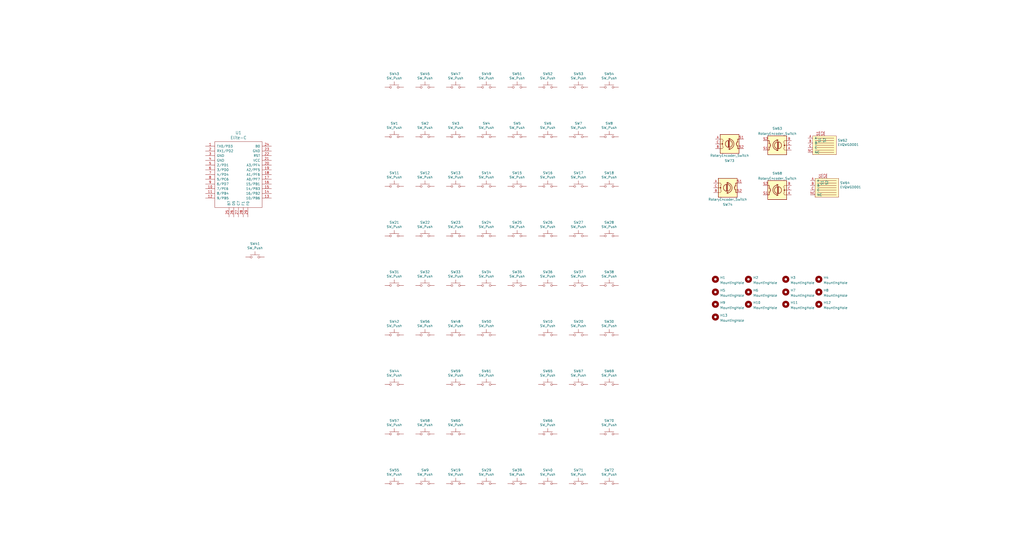
<source format=kicad_sch>
(kicad_sch (version 20211123) (generator eeschema)

  (uuid bd1a515a-f35c-47d5-a391-7c0aeef47fed)

  (paper "User" 550.799 300.38)

  (lib_symbols
    (symbol "Device:RotaryEncoder_Switch" (pin_names (offset 0.254) hide) (in_bom yes) (on_board yes)
      (property "Reference" "SW" (id 0) (at 0 6.604 0)
        (effects (font (size 1.27 1.27)))
      )
      (property "Value" "RotaryEncoder_Switch" (id 1) (at 0 -6.604 0)
        (effects (font (size 1.27 1.27)))
      )
      (property "Footprint" "" (id 2) (at -3.81 4.064 0)
        (effects (font (size 1.27 1.27)) hide)
      )
      (property "Datasheet" "~" (id 3) (at 0 6.604 0)
        (effects (font (size 1.27 1.27)) hide)
      )
      (property "ki_keywords" "rotary switch encoder switch push button" (id 4) (at 0 0 0)
        (effects (font (size 1.27 1.27)) hide)
      )
      (property "ki_description" "Rotary encoder, dual channel, incremental quadrate outputs, with switch" (id 5) (at 0 0 0)
        (effects (font (size 1.27 1.27)) hide)
      )
      (property "ki_fp_filters" "RotaryEncoder*Switch*" (id 6) (at 0 0 0)
        (effects (font (size 1.27 1.27)) hide)
      )
      (symbol "RotaryEncoder_Switch_0_1"
        (rectangle (start -5.08 5.08) (end 5.08 -5.08)
          (stroke (width 0.254) (type default) (color 0 0 0 0))
          (fill (type background))
        )
        (circle (center -3.81 0) (radius 0.254)
          (stroke (width 0) (type default) (color 0 0 0 0))
          (fill (type outline))
        )
        (arc (start -0.381 -2.794) (mid 2.3622 -0.0635) (end -0.381 2.667)
          (stroke (width 0.254) (type default) (color 0 0 0 0))
          (fill (type none))
        )
        (circle (center -0.381 0) (radius 1.905)
          (stroke (width 0.254) (type default) (color 0 0 0 0))
          (fill (type none))
        )
        (polyline
          (pts
            (xy -0.635 -1.778)
            (xy -0.635 1.778)
          )
          (stroke (width 0.254) (type default) (color 0 0 0 0))
          (fill (type none))
        )
        (polyline
          (pts
            (xy -0.381 -1.778)
            (xy -0.381 1.778)
          )
          (stroke (width 0.254) (type default) (color 0 0 0 0))
          (fill (type none))
        )
        (polyline
          (pts
            (xy -0.127 1.778)
            (xy -0.127 -1.778)
          )
          (stroke (width 0.254) (type default) (color 0 0 0 0))
          (fill (type none))
        )
        (polyline
          (pts
            (xy 3.81 0)
            (xy 3.429 0)
          )
          (stroke (width 0.254) (type default) (color 0 0 0 0))
          (fill (type none))
        )
        (polyline
          (pts
            (xy 3.81 1.016)
            (xy 3.81 -1.016)
          )
          (stroke (width 0.254) (type default) (color 0 0 0 0))
          (fill (type none))
        )
        (polyline
          (pts
            (xy -5.08 -2.54)
            (xy -3.81 -2.54)
            (xy -3.81 -2.032)
          )
          (stroke (width 0) (type default) (color 0 0 0 0))
          (fill (type none))
        )
        (polyline
          (pts
            (xy -5.08 2.54)
            (xy -3.81 2.54)
            (xy -3.81 2.032)
          )
          (stroke (width 0) (type default) (color 0 0 0 0))
          (fill (type none))
        )
        (polyline
          (pts
            (xy 0.254 -3.048)
            (xy -0.508 -2.794)
            (xy 0.127 -2.413)
          )
          (stroke (width 0.254) (type default) (color 0 0 0 0))
          (fill (type none))
        )
        (polyline
          (pts
            (xy 0.254 2.921)
            (xy -0.508 2.667)
            (xy 0.127 2.286)
          )
          (stroke (width 0.254) (type default) (color 0 0 0 0))
          (fill (type none))
        )
        (polyline
          (pts
            (xy 5.08 -2.54)
            (xy 4.318 -2.54)
            (xy 4.318 -1.016)
          )
          (stroke (width 0.254) (type default) (color 0 0 0 0))
          (fill (type none))
        )
        (polyline
          (pts
            (xy 5.08 2.54)
            (xy 4.318 2.54)
            (xy 4.318 1.016)
          )
          (stroke (width 0.254) (type default) (color 0 0 0 0))
          (fill (type none))
        )
        (polyline
          (pts
            (xy -5.08 0)
            (xy -3.81 0)
            (xy -3.81 -1.016)
            (xy -3.302 -2.032)
          )
          (stroke (width 0) (type default) (color 0 0 0 0))
          (fill (type none))
        )
        (polyline
          (pts
            (xy -4.318 0)
            (xy -3.81 0)
            (xy -3.81 1.016)
            (xy -3.302 2.032)
          )
          (stroke (width 0) (type default) (color 0 0 0 0))
          (fill (type none))
        )
        (circle (center 4.318 -1.016) (radius 0.127)
          (stroke (width 0.254) (type default) (color 0 0 0 0))
          (fill (type none))
        )
        (circle (center 4.318 1.016) (radius 0.127)
          (stroke (width 0.254) (type default) (color 0 0 0 0))
          (fill (type none))
        )
      )
      (symbol "RotaryEncoder_Switch_1_1"
        (pin passive line (at -7.62 2.54 0) (length 2.54)
          (name "A" (effects (font (size 1.27 1.27))))
          (number "A" (effects (font (size 1.27 1.27))))
        )
        (pin passive line (at -7.62 -2.54 0) (length 2.54)
          (name "B" (effects (font (size 1.27 1.27))))
          (number "B" (effects (font (size 1.27 1.27))))
        )
        (pin passive line (at -7.62 0 0) (length 2.54)
          (name "C" (effects (font (size 1.27 1.27))))
          (number "C" (effects (font (size 1.27 1.27))))
        )
        (pin passive line (at 7.62 2.54 180) (length 2.54)
          (name "S1" (effects (font (size 1.27 1.27))))
          (number "S1" (effects (font (size 1.27 1.27))))
        )
        (pin passive line (at 7.62 -2.54 180) (length 2.54)
          (name "S2" (effects (font (size 1.27 1.27))))
          (number "S2" (effects (font (size 1.27 1.27))))
        )
      )
    )
    (symbol "Mechanical:MountingHole" (pin_names (offset 1.016)) (in_bom yes) (on_board yes)
      (property "Reference" "H" (id 0) (at 0 5.08 0)
        (effects (font (size 1.27 1.27)))
      )
      (property "Value" "MountingHole" (id 1) (at 0 3.175 0)
        (effects (font (size 1.27 1.27)))
      )
      (property "Footprint" "" (id 2) (at 0 0 0)
        (effects (font (size 1.27 1.27)) hide)
      )
      (property "Datasheet" "~" (id 3) (at 0 0 0)
        (effects (font (size 1.27 1.27)) hide)
      )
      (property "ki_keywords" "mounting hole" (id 4) (at 0 0 0)
        (effects (font (size 1.27 1.27)) hide)
      )
      (property "ki_description" "Mounting Hole without connection" (id 5) (at 0 0 0)
        (effects (font (size 1.27 1.27)) hide)
      )
      (property "ki_fp_filters" "MountingHole*" (id 6) (at 0 0 0)
        (effects (font (size 1.27 1.27)) hide)
      )
      (symbol "MountingHole_0_1"
        (circle (center 0 0) (radius 1.27)
          (stroke (width 1.27) (type default) (color 0 0 0 0))
          (fill (type none))
        )
      )
    )
    (symbol "Switch:SW_Push" (pin_numbers hide) (pin_names (offset 1.016) hide) (in_bom yes) (on_board yes)
      (property "Reference" "SW" (id 0) (at 1.27 2.54 0)
        (effects (font (size 1.27 1.27)) (justify left))
      )
      (property "Value" "SW_Push" (id 1) (at 0 -1.524 0)
        (effects (font (size 1.27 1.27)))
      )
      (property "Footprint" "" (id 2) (at 0 5.08 0)
        (effects (font (size 1.27 1.27)) hide)
      )
      (property "Datasheet" "~" (id 3) (at 0 5.08 0)
        (effects (font (size 1.27 1.27)) hide)
      )
      (property "ki_keywords" "switch normally-open pushbutton push-button" (id 4) (at 0 0 0)
        (effects (font (size 1.27 1.27)) hide)
      )
      (property "ki_description" "Push button switch, generic, two pins" (id 5) (at 0 0 0)
        (effects (font (size 1.27 1.27)) hide)
      )
      (symbol "SW_Push_0_1"
        (circle (center -2.032 0) (radius 0.508)
          (stroke (width 0) (type default) (color 0 0 0 0))
          (fill (type none))
        )
        (polyline
          (pts
            (xy 0 1.27)
            (xy 0 3.048)
          )
          (stroke (width 0) (type default) (color 0 0 0 0))
          (fill (type none))
        )
        (polyline
          (pts
            (xy 2.54 1.27)
            (xy -2.54 1.27)
          )
          (stroke (width 0) (type default) (color 0 0 0 0))
          (fill (type none))
        )
        (circle (center 2.032 0) (radius 0.508)
          (stroke (width 0) (type default) (color 0 0 0 0))
          (fill (type none))
        )
        (pin passive line (at -5.08 0 0) (length 2.54)
          (name "1" (effects (font (size 1.27 1.27))))
          (number "1" (effects (font (size 1.27 1.27))))
        )
        (pin passive line (at 5.08 0 180) (length 2.54)
          (name "2" (effects (font (size 1.27 1.27))))
          (number "2" (effects (font (size 1.27 1.27))))
        )
      )
    )
    (symbol "barobord:EVQWGD001" (pin_names (offset 1.016)) (in_bom yes) (on_board yes)
      (property "Reference" "SW" (id 0) (at 3.81 6.35 0)
        (effects (font (size 1.27 1.27)))
      )
      (property "Value" "EVQWGD001" (id 1) (at 0 -8.89 0)
        (effects (font (size 1.27 1.27)))
      )
      (property "Footprint" "" (id 2) (at 0 0 0)
        (effects (font (size 1.27 1.27)) hide)
      )
      (property "Datasheet" "" (id 3) (at 0 0 0)
        (effects (font (size 1.27 1.27)) hide)
      )
      (symbol "EVQWGD001_0_1"
        (rectangle (start -6.35 3.81) (end 6.35 -6.35)
          (stroke (width 0) (type default) (color 0 0 0 0))
          (fill (type background))
        )
        (polyline
          (pts
            (xy -5.08 -5.08)
            (xy 5.08 -5.08)
          )
          (stroke (width 0) (type default) (color 0 0 0 0))
          (fill (type none))
        )
        (polyline
          (pts
            (xy -5.08 -3.81)
            (xy 5.08 -3.81)
          )
          (stroke (width 0) (type default) (color 0 0 0 0))
          (fill (type none))
        )
        (polyline
          (pts
            (xy -5.08 -2.54)
            (xy 5.08 -2.54)
          )
          (stroke (width 0) (type default) (color 0 0 0 0))
          (fill (type none))
        )
        (polyline
          (pts
            (xy -5.08 -1.27)
            (xy 5.08 -1.27)
          )
          (stroke (width 0) (type default) (color 0 0 0 0))
          (fill (type none))
        )
        (polyline
          (pts
            (xy -5.08 0)
            (xy 5.08 0)
          )
          (stroke (width 0) (type default) (color 0 0 0 0))
          (fill (type none))
        )
        (polyline
          (pts
            (xy -5.08 1.27)
            (xy 5.08 1.27)
          )
          (stroke (width 0) (type default) (color 0 0 0 0))
          (fill (type none))
        )
        (polyline
          (pts
            (xy -5.08 2.54)
            (xy 5.08 2.54)
          )
          (stroke (width 0) (type default) (color 0 0 0 0))
          (fill (type none))
        )
      )
      (symbol "EVQWGD001_1_1"
        (pin output line (at -8.89 2.54 0) (length 2.54)
          (name "A" (effects (font (size 1.27 1.27))))
          (number "A" (effects (font (size 1.27 1.27))))
        )
        (pin output line (at -8.89 0 0) (length 2.54)
          (name "B" (effects (font (size 1.27 1.27))))
          (number "B" (effects (font (size 1.27 1.27))))
        )
        (pin passive line (at -8.89 -2.54 0) (length 2.54)
          (name "C" (effects (font (size 1.27 1.27))))
          (number "C" (effects (font (size 1.27 1.27))))
        )
        (pin unspecified line (at -8.89 -5.08 0) (length 2.54)
          (name "NC" (effects (font (size 1.27 1.27))))
          (number "NC" (effects (font (size 1.27 1.27))))
        )
        (pin output line (at -2.54 6.35 270) (length 2.54)
          (name "S1" (effects (font (size 1.27 1.27))))
          (number "S1" (effects (font (size 1.27 1.27))))
        )
        (pin output line (at 0 6.35 270) (length 2.54)
          (name "S2" (effects (font (size 1.27 1.27))))
          (number "S2" (effects (font (size 1.27 1.27))))
        )
      )
    )
    (symbol "keebio:Elite-C" (pin_names (offset 1.016)) (in_bom yes) (on_board yes)
      (property "Reference" "U" (id 0) (at 0 0 0)
        (effects (font (size 1.524 1.524)))
      )
      (property "Value" "Elite-C" (id 1) (at 0 2.54 0)
        (effects (font (size 1.524 1.524)))
      )
      (property "Footprint" "" (id 2) (at 26.67 -63.5 90)
        (effects (font (size 1.524 1.524)) hide)
      )
      (property "Datasheet" "" (id 3) (at 26.67 -63.5 90)
        (effects (font (size 1.524 1.524)) hide)
      )
      (symbol "Elite-C_0_1"
        (rectangle (start 12.7 -19.05) (end -12.7 16.51)
          (stroke (width 0) (type default) (color 0 0 0 0))
          (fill (type none))
        )
      )
      (symbol "Elite-C_1_1"
        (pin input line (at -17.78 13.97 0) (length 5.08)
          (name "TX0/PD3" (effects (font (size 1.27 1.27))))
          (number "1" (effects (font (size 1.27 1.27))))
        )
        (pin input line (at -17.78 -8.89 0) (length 5.08)
          (name "7/PE6" (effects (font (size 1.27 1.27))))
          (number "10" (effects (font (size 1.27 1.27))))
        )
        (pin input line (at -17.78 -11.43 0) (length 5.08)
          (name "8/PB4" (effects (font (size 1.27 1.27))))
          (number "11" (effects (font (size 1.27 1.27))))
        )
        (pin input line (at -17.78 -13.97 0) (length 5.08)
          (name "9/PB5" (effects (font (size 1.27 1.27))))
          (number "12" (effects (font (size 1.27 1.27))))
        )
        (pin input line (at 17.78 -13.97 180) (length 5.08)
          (name "10/PB6" (effects (font (size 1.27 1.27))))
          (number "13" (effects (font (size 1.27 1.27))))
        )
        (pin input line (at 17.78 -11.43 180) (length 5.08)
          (name "16/PB2" (effects (font (size 1.27 1.27))))
          (number "14" (effects (font (size 1.27 1.27))))
        )
        (pin input line (at 17.78 -8.89 180) (length 5.08)
          (name "14/PB3" (effects (font (size 1.27 1.27))))
          (number "15" (effects (font (size 1.27 1.27))))
        )
        (pin input line (at 17.78 -6.35 180) (length 5.08)
          (name "15/PB1" (effects (font (size 1.27 1.27))))
          (number "16" (effects (font (size 1.27 1.27))))
        )
        (pin input line (at 17.78 -3.81 180) (length 5.08)
          (name "A0/PF7" (effects (font (size 1.27 1.27))))
          (number "17" (effects (font (size 1.27 1.27))))
        )
        (pin input line (at 17.78 -1.27 180) (length 5.08)
          (name "A1/PF6" (effects (font (size 1.27 1.27))))
          (number "18" (effects (font (size 1.27 1.27))))
        )
        (pin input line (at 17.78 1.27 180) (length 5.08)
          (name "A2/PF5" (effects (font (size 1.27 1.27))))
          (number "19" (effects (font (size 1.27 1.27))))
        )
        (pin input line (at -17.78 11.43 0) (length 5.08)
          (name "RX1/PD2" (effects (font (size 1.27 1.27))))
          (number "2" (effects (font (size 1.27 1.27))))
        )
        (pin input line (at 17.78 3.81 180) (length 5.08)
          (name "A3/PF4" (effects (font (size 1.27 1.27))))
          (number "20" (effects (font (size 1.27 1.27))))
        )
        (pin input line (at 17.78 6.35 180) (length 5.08)
          (name "VCC" (effects (font (size 1.27 1.27))))
          (number "21" (effects (font (size 1.27 1.27))))
        )
        (pin input line (at 17.78 8.89 180) (length 5.08)
          (name "RST" (effects (font (size 1.27 1.27))))
          (number "22" (effects (font (size 1.27 1.27))))
        )
        (pin input line (at 17.78 11.43 180) (length 5.08)
          (name "GND" (effects (font (size 1.27 1.27))))
          (number "23" (effects (font (size 1.27 1.27))))
        )
        (pin input line (at 17.78 13.97 180) (length 5.08)
          (name "B0" (effects (font (size 1.27 1.27))))
          (number "24" (effects (font (size 1.27 1.27))))
        )
        (pin input line (at -5.08 -24.13 90) (length 5.08)
          (name "B7" (effects (font (size 1.27 1.27))))
          (number "25" (effects (font (size 1.27 1.27))))
        )
        (pin input line (at -2.54 -24.13 90) (length 5.08)
          (name "D5" (effects (font (size 1.27 1.27))))
          (number "26" (effects (font (size 1.27 1.27))))
        )
        (pin input line (at 0 -24.13 90) (length 5.08)
          (name "C7" (effects (font (size 1.27 1.27))))
          (number "27" (effects (font (size 1.27 1.27))))
        )
        (pin input line (at 2.54 -24.13 90) (length 5.08)
          (name "F1" (effects (font (size 1.27 1.27))))
          (number "28" (effects (font (size 1.27 1.27))))
        )
        (pin input line (at 5.08 -24.13 90) (length 5.08)
          (name "F0" (effects (font (size 1.27 1.27))))
          (number "29" (effects (font (size 1.27 1.27))))
        )
        (pin input line (at -17.78 8.89 0) (length 5.08)
          (name "GND" (effects (font (size 1.27 1.27))))
          (number "3" (effects (font (size 1.27 1.27))))
        )
        (pin input line (at -17.78 6.35 0) (length 5.08)
          (name "GND" (effects (font (size 1.27 1.27))))
          (number "4" (effects (font (size 1.27 1.27))))
        )
        (pin input line (at -17.78 3.81 0) (length 5.08)
          (name "2/PD1" (effects (font (size 1.27 1.27))))
          (number "5" (effects (font (size 1.27 1.27))))
        )
        (pin input line (at -17.78 1.27 0) (length 5.08)
          (name "3/PD0" (effects (font (size 1.27 1.27))))
          (number "6" (effects (font (size 1.27 1.27))))
        )
        (pin input line (at -17.78 -1.27 0) (length 5.08)
          (name "4/PD4" (effects (font (size 1.27 1.27))))
          (number "7" (effects (font (size 1.27 1.27))))
        )
        (pin input line (at -17.78 -3.81 0) (length 5.08)
          (name "5/PC6" (effects (font (size 1.27 1.27))))
          (number "8" (effects (font (size 1.27 1.27))))
        )
        (pin input line (at -17.78 -6.35 0) (length 5.08)
          (name "6/PD7" (effects (font (size 1.27 1.27))))
          (number "9" (effects (font (size 1.27 1.27))))
        )
      )
    )
  )


  (symbol (lib_id "Switch:SW_Push") (at 212.09 73.66 0) (unit 1)
    (in_bom yes) (on_board yes)
    (uuid 00000000-0000-0000-0000-000060ed53a1)
    (property "Reference" "SW1" (id 0) (at 212.09 66.421 0))
    (property "Value" "SW_Push" (id 1) (at 212.09 68.7324 0))
    (property "Footprint" "fingerpunch-plates:switch-cutout-mx" (id 2) (at 212.09 68.58 0)
      (effects (font (size 1.27 1.27)) hide)
    )
    (property "Datasheet" "~" (id 3) (at 212.09 68.58 0)
      (effects (font (size 1.27 1.27)) hide)
    )
    (pin "1" (uuid 5ae57012-51ce-4d66-bca0-2084b45cf5f0))
    (pin "2" (uuid 19ccb670-5668-4e29-b835-23783f6217ea))
  )

  (symbol (lib_id "Switch:SW_Push") (at 228.6 73.66 0) (unit 1)
    (in_bom yes) (on_board yes)
    (uuid 00000000-0000-0000-0000-000060ee975d)
    (property "Reference" "SW2" (id 0) (at 228.6 66.421 0))
    (property "Value" "SW_Push" (id 1) (at 228.6 68.7324 0))
    (property "Footprint" "fingerpunch-plates:switch-cutout-mx" (id 2) (at 228.6 68.58 0)
      (effects (font (size 1.27 1.27)) hide)
    )
    (property "Datasheet" "~" (id 3) (at 228.6 68.58 0)
      (effects (font (size 1.27 1.27)) hide)
    )
    (pin "1" (uuid 14868ea0-a602-4d81-a323-2a9c21f1e883))
    (pin "2" (uuid a48f89b9-db71-4d9c-b78e-ab1790c0f4ce))
  )

  (symbol (lib_id "Switch:SW_Push") (at 245.11 73.66 0) (unit 1)
    (in_bom yes) (on_board yes)
    (uuid 00000000-0000-0000-0000-000060eed265)
    (property "Reference" "SW3" (id 0) (at 245.11 66.421 0))
    (property "Value" "SW_Push" (id 1) (at 245.11 68.7324 0))
    (property "Footprint" "fingerpunch-plates:switch-cutout-mx" (id 2) (at 245.11 68.58 0)
      (effects (font (size 1.27 1.27)) hide)
    )
    (property "Datasheet" "~" (id 3) (at 245.11 68.58 0)
      (effects (font (size 1.27 1.27)) hide)
    )
    (pin "1" (uuid 8681a1c0-67db-4247-9b9f-e63617e5c82b))
    (pin "2" (uuid e1a59803-3326-479d-b40d-5cf23a4bd5db))
  )

  (symbol (lib_id "Switch:SW_Push") (at 261.62 73.66 0) (unit 1)
    (in_bom yes) (on_board yes)
    (uuid 00000000-0000-0000-0000-000060eed275)
    (property "Reference" "SW4" (id 0) (at 261.62 66.421 0))
    (property "Value" "SW_Push" (id 1) (at 261.62 68.7324 0))
    (property "Footprint" "fingerpunch-plates:switch-cutout-mx" (id 2) (at 261.62 68.58 0)
      (effects (font (size 1.27 1.27)) hide)
    )
    (property "Datasheet" "~" (id 3) (at 261.62 68.58 0)
      (effects (font (size 1.27 1.27)) hide)
    )
    (pin "1" (uuid e95cd8a2-7e8d-4844-b830-6c7d49490628))
    (pin "2" (uuid 34bbbb93-2dc9-434b-be81-168e8e3c6649))
  )

  (symbol (lib_id "Switch:SW_Push") (at 278.13 73.66 0) (unit 1)
    (in_bom yes) (on_board yes)
    (uuid 00000000-0000-0000-0000-000060ef09f2)
    (property "Reference" "SW5" (id 0) (at 278.13 66.421 0))
    (property "Value" "SW_Push" (id 1) (at 278.13 68.7324 0))
    (property "Footprint" "fingerpunch-plates:switch-cutout-mx" (id 2) (at 278.13 68.58 0)
      (effects (font (size 1.27 1.27)) hide)
    )
    (property "Datasheet" "~" (id 3) (at 278.13 68.58 0)
      (effects (font (size 1.27 1.27)) hide)
    )
    (pin "1" (uuid 2a66bdd9-8d39-4483-9e0e-da36fc73e81f))
    (pin "2" (uuid b8e4a27c-89c8-44f9-964a-aabc1dbbab0c))
  )

  (symbol (lib_id "Switch:SW_Push") (at 294.64 73.66 0) (unit 1)
    (in_bom yes) (on_board yes)
    (uuid 00000000-0000-0000-0000-000060ef0a02)
    (property "Reference" "SW6" (id 0) (at 294.64 66.421 0))
    (property "Value" "SW_Push" (id 1) (at 294.64 68.7324 0))
    (property "Footprint" "fingerpunch-plates:switch-cutout-mx" (id 2) (at 294.64 68.58 0)
      (effects (font (size 1.27 1.27)) hide)
    )
    (property "Datasheet" "~" (id 3) (at 294.64 68.58 0)
      (effects (font (size 1.27 1.27)) hide)
    )
    (pin "1" (uuid 7af9c542-9fd6-4924-ba22-c8ff36ea5943))
    (pin "2" (uuid 109cdc50-8b27-42b8-8467-6c1e27fef058))
  )

  (symbol (lib_id "Switch:SW_Push") (at 212.09 100.33 0) (unit 1)
    (in_bom yes) (on_board yes)
    (uuid 00000000-0000-0000-0000-000060ef4e18)
    (property "Reference" "SW11" (id 0) (at 212.09 93.091 0))
    (property "Value" "SW_Push" (id 1) (at 212.09 95.4024 0))
    (property "Footprint" "fingerpunch-plates:switch-cutout-mx" (id 2) (at 212.09 95.25 0)
      (effects (font (size 1.27 1.27)) hide)
    )
    (property "Datasheet" "~" (id 3) (at 212.09 95.25 0)
      (effects (font (size 1.27 1.27)) hide)
    )
    (pin "1" (uuid cf0f9a29-fb03-4192-94be-08f4a435b9ca))
    (pin "2" (uuid 52e2d47c-830b-456e-9e73-01cb6fd40b47))
  )

  (symbol (lib_id "Switch:SW_Push") (at 228.6 100.33 0) (unit 1)
    (in_bom yes) (on_board yes)
    (uuid 00000000-0000-0000-0000-000060ef4e28)
    (property "Reference" "SW12" (id 0) (at 228.6 93.091 0))
    (property "Value" "SW_Push" (id 1) (at 228.6 95.4024 0))
    (property "Footprint" "fingerpunch-plates:switch-cutout-mx" (id 2) (at 228.6 95.25 0)
      (effects (font (size 1.27 1.27)) hide)
    )
    (property "Datasheet" "~" (id 3) (at 228.6 95.25 0)
      (effects (font (size 1.27 1.27)) hide)
    )
    (pin "1" (uuid ad7cfc78-c190-434c-9213-48aa26b5280b))
    (pin "2" (uuid b86d89f5-e020-4fdb-b51c-f3dc74a1f3c4))
  )

  (symbol (lib_id "Switch:SW_Push") (at 245.11 100.33 0) (unit 1)
    (in_bom yes) (on_board yes)
    (uuid 00000000-0000-0000-0000-000060ef914b)
    (property "Reference" "SW13" (id 0) (at 245.11 93.091 0))
    (property "Value" "SW_Push" (id 1) (at 245.11 95.4024 0))
    (property "Footprint" "fingerpunch-plates:switch-cutout-mx" (id 2) (at 245.11 95.25 0)
      (effects (font (size 1.27 1.27)) hide)
    )
    (property "Datasheet" "~" (id 3) (at 245.11 95.25 0)
      (effects (font (size 1.27 1.27)) hide)
    )
    (pin "1" (uuid c2a55bf3-20b5-44f0-8f23-ae9a2e3acc23))
    (pin "2" (uuid 2a0f53a2-f312-4670-ac85-96807affa62d))
  )

  (symbol (lib_id "Switch:SW_Push") (at 261.62 100.33 0) (unit 1)
    (in_bom yes) (on_board yes)
    (uuid 00000000-0000-0000-0000-000060ef915b)
    (property "Reference" "SW14" (id 0) (at 261.62 93.091 0))
    (property "Value" "SW_Push" (id 1) (at 261.62 95.4024 0))
    (property "Footprint" "fingerpunch-plates:switch-cutout-mx" (id 2) (at 261.62 95.25 0)
      (effects (font (size 1.27 1.27)) hide)
    )
    (property "Datasheet" "~" (id 3) (at 261.62 95.25 0)
      (effects (font (size 1.27 1.27)) hide)
    )
    (pin "1" (uuid 098af292-5818-459a-839e-29ab76535d90))
    (pin "2" (uuid 17d8a238-0358-4b18-9318-cebc4c8a9ded))
  )

  (symbol (lib_id "Switch:SW_Push") (at 278.13 100.33 0) (unit 1)
    (in_bom yes) (on_board yes)
    (uuid 00000000-0000-0000-0000-000060efe98f)
    (property "Reference" "SW15" (id 0) (at 278.13 93.091 0))
    (property "Value" "SW_Push" (id 1) (at 278.13 95.4024 0))
    (property "Footprint" "fingerpunch-plates:switch-cutout-mx" (id 2) (at 278.13 95.25 0)
      (effects (font (size 1.27 1.27)) hide)
    )
    (property "Datasheet" "~" (id 3) (at 278.13 95.25 0)
      (effects (font (size 1.27 1.27)) hide)
    )
    (pin "1" (uuid 74856fbb-d73a-4c44-bb11-65127521df7f))
    (pin "2" (uuid 4065816e-4781-41a6-872f-d62deab015e1))
  )

  (symbol (lib_id "Switch:SW_Push") (at 294.64 100.33 0) (unit 1)
    (in_bom yes) (on_board yes)
    (uuid 00000000-0000-0000-0000-000060efe99f)
    (property "Reference" "SW16" (id 0) (at 294.64 93.091 0))
    (property "Value" "SW_Push" (id 1) (at 294.64 95.4024 0))
    (property "Footprint" "fingerpunch-plates:switch-cutout-mx" (id 2) (at 294.64 95.25 0)
      (effects (font (size 1.27 1.27)) hide)
    )
    (property "Datasheet" "~" (id 3) (at 294.64 95.25 0)
      (effects (font (size 1.27 1.27)) hide)
    )
    (pin "1" (uuid 61d7edd6-e617-44b7-8ede-104b2af43d26))
    (pin "2" (uuid 4e8ebe59-1cfa-4805-9352-228ccdb1548c))
  )

  (symbol (lib_id "Switch:SW_Push") (at 212.09 127 0) (unit 1)
    (in_bom yes) (on_board yes)
    (uuid 00000000-0000-0000-0000-000060f037b7)
    (property "Reference" "SW21" (id 0) (at 212.09 119.761 0))
    (property "Value" "SW_Push" (id 1) (at 212.09 122.0724 0))
    (property "Footprint" "fingerpunch-plates:switch-cutout-mx" (id 2) (at 212.09 121.92 0)
      (effects (font (size 1.27 1.27)) hide)
    )
    (property "Datasheet" "~" (id 3) (at 212.09 121.92 0)
      (effects (font (size 1.27 1.27)) hide)
    )
    (pin "1" (uuid 92ee6a41-c5f0-4193-bc4f-c1f08e916967))
    (pin "2" (uuid 8f028e80-14cc-49b6-96bd-ff54a0388f1b))
  )

  (symbol (lib_id "Switch:SW_Push") (at 228.6 127 0) (unit 1)
    (in_bom yes) (on_board yes)
    (uuid 00000000-0000-0000-0000-000060f037c7)
    (property "Reference" "SW22" (id 0) (at 228.6 119.761 0))
    (property "Value" "SW_Push" (id 1) (at 228.6 122.0724 0))
    (property "Footprint" "fingerpunch-plates:switch-cutout-mx" (id 2) (at 228.6 121.92 0)
      (effects (font (size 1.27 1.27)) hide)
    )
    (property "Datasheet" "~" (id 3) (at 228.6 121.92 0)
      (effects (font (size 1.27 1.27)) hide)
    )
    (pin "1" (uuid 551e819e-a3a1-4f97-9ea7-268e65b12145))
    (pin "2" (uuid 0743c1ab-03ff-4975-b08c-1dd02b1653fe))
  )

  (symbol (lib_id "Switch:SW_Push") (at 245.11 127 0) (unit 1)
    (in_bom yes) (on_board yes)
    (uuid 00000000-0000-0000-0000-000060f08376)
    (property "Reference" "SW23" (id 0) (at 245.11 119.761 0))
    (property "Value" "SW_Push" (id 1) (at 245.11 122.0724 0))
    (property "Footprint" "fingerpunch-plates:switch-cutout-mx" (id 2) (at 245.11 121.92 0)
      (effects (font (size 1.27 1.27)) hide)
    )
    (property "Datasheet" "~" (id 3) (at 245.11 121.92 0)
      (effects (font (size 1.27 1.27)) hide)
    )
    (pin "1" (uuid 19523960-b441-4987-8ef0-75cd10ba5510))
    (pin "2" (uuid 8d598730-35a5-499f-b0ca-b1895e64cffb))
  )

  (symbol (lib_id "Switch:SW_Push") (at 261.62 127 0) (unit 1)
    (in_bom yes) (on_board yes)
    (uuid 00000000-0000-0000-0000-000060f08386)
    (property "Reference" "SW24" (id 0) (at 261.62 119.761 0))
    (property "Value" "SW_Push" (id 1) (at 261.62 122.0724 0))
    (property "Footprint" "fingerpunch-plates:switch-cutout-mx" (id 2) (at 261.62 121.92 0)
      (effects (font (size 1.27 1.27)) hide)
    )
    (property "Datasheet" "~" (id 3) (at 261.62 121.92 0)
      (effects (font (size 1.27 1.27)) hide)
    )
    (pin "1" (uuid 8bb737fc-d71b-42aa-bc08-964ec93d8524))
    (pin "2" (uuid 0b251d52-7f70-4f7a-bd79-0dd6768413b2))
  )

  (symbol (lib_id "Switch:SW_Push") (at 278.13 127 0) (unit 1)
    (in_bom yes) (on_board yes)
    (uuid 00000000-0000-0000-0000-000060f0de0f)
    (property "Reference" "SW25" (id 0) (at 278.13 119.761 0))
    (property "Value" "SW_Push" (id 1) (at 278.13 122.0724 0))
    (property "Footprint" "fingerpunch-plates:switch-cutout-mx" (id 2) (at 278.13 121.92 0)
      (effects (font (size 1.27 1.27)) hide)
    )
    (property "Datasheet" "~" (id 3) (at 278.13 121.92 0)
      (effects (font (size 1.27 1.27)) hide)
    )
    (pin "1" (uuid e4e13ab7-7ac8-43ab-85b9-21fc58124a08))
    (pin "2" (uuid 442495ba-2cf8-47c1-98be-901ffd0365ca))
  )

  (symbol (lib_id "Switch:SW_Push") (at 294.64 127 0) (unit 1)
    (in_bom yes) (on_board yes)
    (uuid 00000000-0000-0000-0000-000060f0de1f)
    (property "Reference" "SW26" (id 0) (at 294.64 119.761 0))
    (property "Value" "SW_Push" (id 1) (at 294.64 122.0724 0))
    (property "Footprint" "fingerpunch-plates:switch-cutout-mx" (id 2) (at 294.64 121.92 0)
      (effects (font (size 1.27 1.27)) hide)
    )
    (property "Datasheet" "~" (id 3) (at 294.64 121.92 0)
      (effects (font (size 1.27 1.27)) hide)
    )
    (pin "1" (uuid c246a09c-64aa-4397-a28c-806a2e94321b))
    (pin "2" (uuid 8e42af9e-b162-46ca-b708-59dcd6ee8771))
  )

  (symbol (lib_id "Switch:SW_Push") (at 212.09 153.67 0) (unit 1)
    (in_bom yes) (on_board yes)
    (uuid 00000000-0000-0000-0000-000060f13609)
    (property "Reference" "SW31" (id 0) (at 212.09 146.431 0))
    (property "Value" "SW_Push" (id 1) (at 212.09 148.7424 0))
    (property "Footprint" "fingerpunch-plates:switch-cutout-mx" (id 2) (at 212.09 148.59 0)
      (effects (font (size 1.27 1.27)) hide)
    )
    (property "Datasheet" "~" (id 3) (at 212.09 148.59 0)
      (effects (font (size 1.27 1.27)) hide)
    )
    (pin "1" (uuid b778b949-2264-45c6-9d38-860c9f9e8304))
    (pin "2" (uuid 29450a95-2e24-4bd7-910e-24ae7209d2a8))
  )

  (symbol (lib_id "Switch:SW_Push") (at 228.6 153.67 0) (unit 1)
    (in_bom yes) (on_board yes)
    (uuid 00000000-0000-0000-0000-000060f13619)
    (property "Reference" "SW32" (id 0) (at 228.6 146.431 0))
    (property "Value" "SW_Push" (id 1) (at 228.6 148.7424 0))
    (property "Footprint" "fingerpunch-plates:switch-cutout-mx" (id 2) (at 228.6 148.59 0)
      (effects (font (size 1.27 1.27)) hide)
    )
    (property "Datasheet" "~" (id 3) (at 228.6 148.59 0)
      (effects (font (size 1.27 1.27)) hide)
    )
    (pin "1" (uuid 763cb883-d4fe-40f1-9052-d9d47f52cfe2))
    (pin "2" (uuid 12dab461-a5c5-4212-a2b5-70fbe1fdb91b))
  )

  (symbol (lib_id "Switch:SW_Push") (at 245.11 153.67 0) (unit 1)
    (in_bom yes) (on_board yes)
    (uuid 00000000-0000-0000-0000-000060f1885d)
    (property "Reference" "SW33" (id 0) (at 245.11 146.431 0))
    (property "Value" "SW_Push" (id 1) (at 245.11 148.7424 0))
    (property "Footprint" "fingerpunch-plates:switch-cutout-mx" (id 2) (at 245.11 148.59 0)
      (effects (font (size 1.27 1.27)) hide)
    )
    (property "Datasheet" "~" (id 3) (at 245.11 148.59 0)
      (effects (font (size 1.27 1.27)) hide)
    )
    (pin "1" (uuid f2e4811e-aef3-4fb9-928d-e923392c8567))
    (pin "2" (uuid 51ad97f4-d174-4115-a71a-292169b3bf40))
  )

  (symbol (lib_id "Switch:SW_Push") (at 261.62 153.67 0) (unit 1)
    (in_bom yes) (on_board yes)
    (uuid 00000000-0000-0000-0000-000060f1886d)
    (property "Reference" "SW34" (id 0) (at 261.62 146.431 0))
    (property "Value" "SW_Push" (id 1) (at 261.62 148.7424 0))
    (property "Footprint" "fingerpunch-plates:switch-cutout-mx" (id 2) (at 261.62 148.59 0)
      (effects (font (size 1.27 1.27)) hide)
    )
    (property "Datasheet" "~" (id 3) (at 261.62 148.59 0)
      (effects (font (size 1.27 1.27)) hide)
    )
    (pin "1" (uuid ee78737e-07e8-4f92-be50-68aa3b6070af))
    (pin "2" (uuid e754eb12-a7c7-4206-9892-892b849db541))
  )

  (symbol (lib_id "Switch:SW_Push") (at 278.13 153.67 0) (unit 1)
    (in_bom yes) (on_board yes)
    (uuid 00000000-0000-0000-0000-000060f1dd2d)
    (property "Reference" "SW35" (id 0) (at 278.13 146.431 0))
    (property "Value" "SW_Push" (id 1) (at 278.13 148.7424 0))
    (property "Footprint" "fingerpunch-plates:switch-cutout-mx" (id 2) (at 278.13 148.59 0)
      (effects (font (size 1.27 1.27)) hide)
    )
    (property "Datasheet" "~" (id 3) (at 278.13 148.59 0)
      (effects (font (size 1.27 1.27)) hide)
    )
    (pin "1" (uuid 7ca25c87-a2ba-4134-a262-08d8673c47d5))
    (pin "2" (uuid 318134b4-c667-4819-a21e-cb4d7959b206))
  )

  (symbol (lib_id "Switch:SW_Push") (at 294.64 153.67 0) (unit 1)
    (in_bom yes) (on_board yes)
    (uuid 00000000-0000-0000-0000-000060f1dd3d)
    (property "Reference" "SW36" (id 0) (at 294.64 146.431 0))
    (property "Value" "SW_Push" (id 1) (at 294.64 148.7424 0))
    (property "Footprint" "fingerpunch-plates:switch-cutout-mx" (id 2) (at 294.64 148.59 0)
      (effects (font (size 1.27 1.27)) hide)
    )
    (property "Datasheet" "~" (id 3) (at 294.64 148.59 0)
      (effects (font (size 1.27 1.27)) hide)
    )
    (pin "1" (uuid 4054ecfa-5dac-4b21-a899-c87f030811bc))
    (pin "2" (uuid abc1270f-e565-4aae-8bed-fe80ce10ae83))
  )

  (symbol (lib_id "Switch:SW_Push") (at 311.15 73.66 0) (unit 1)
    (in_bom yes) (on_board yes)
    (uuid 00000000-0000-0000-0000-000060f79c1f)
    (property "Reference" "SW7" (id 0) (at 311.15 66.421 0))
    (property "Value" "SW_Push" (id 1) (at 311.15 68.7324 0))
    (property "Footprint" "fingerpunch-plates:switch-cutout-mx" (id 2) (at 311.15 68.58 0)
      (effects (font (size 1.27 1.27)) hide)
    )
    (property "Datasheet" "~" (id 3) (at 311.15 68.58 0)
      (effects (font (size 1.27 1.27)) hide)
    )
    (pin "1" (uuid 16473460-f314-468b-8e8f-fa0ec6c29dcb))
    (pin "2" (uuid 46fb18ea-d52b-4993-af6f-e1105cfc7983))
  )

  (symbol (lib_id "Switch:SW_Push") (at 311.15 100.33 0) (unit 1)
    (in_bom yes) (on_board yes)
    (uuid 00000000-0000-0000-0000-000060f79c2f)
    (property "Reference" "SW17" (id 0) (at 311.15 93.091 0))
    (property "Value" "SW_Push" (id 1) (at 311.15 95.4024 0))
    (property "Footprint" "fingerpunch-plates:switch-cutout-mx" (id 2) (at 311.15 95.25 0)
      (effects (font (size 1.27 1.27)) hide)
    )
    (property "Datasheet" "~" (id 3) (at 311.15 95.25 0)
      (effects (font (size 1.27 1.27)) hide)
    )
    (pin "1" (uuid 7b74f1c6-7800-42bb-86a6-590539e2514b))
    (pin "2" (uuid c7909175-819b-4de8-810d-7a69c277daf6))
  )

  (symbol (lib_id "Switch:SW_Push") (at 311.15 127 0) (unit 1)
    (in_bom yes) (on_board yes)
    (uuid 00000000-0000-0000-0000-000060f79c3f)
    (property "Reference" "SW27" (id 0) (at 311.15 119.761 0))
    (property "Value" "SW_Push" (id 1) (at 311.15 122.0724 0))
    (property "Footprint" "fingerpunch-plates:switch-cutout-mx" (id 2) (at 311.15 121.92 0)
      (effects (font (size 1.27 1.27)) hide)
    )
    (property "Datasheet" "~" (id 3) (at 311.15 121.92 0)
      (effects (font (size 1.27 1.27)) hide)
    )
    (pin "1" (uuid 1104701e-075d-4911-bc1b-30910d64148e))
    (pin "2" (uuid 9785f758-72a8-407b-8237-ac7d216fbe1d))
  )

  (symbol (lib_id "Switch:SW_Push") (at 311.15 153.67 0) (unit 1)
    (in_bom yes) (on_board yes)
    (uuid 00000000-0000-0000-0000-000060f79c4f)
    (property "Reference" "SW37" (id 0) (at 311.15 146.431 0))
    (property "Value" "SW_Push" (id 1) (at 311.15 148.7424 0))
    (property "Footprint" "fingerpunch-plates:switch-cutout-mx" (id 2) (at 311.15 148.59 0)
      (effects (font (size 1.27 1.27)) hide)
    )
    (property "Datasheet" "~" (id 3) (at 311.15 148.59 0)
      (effects (font (size 1.27 1.27)) hide)
    )
    (pin "1" (uuid cb0b113f-e91e-4c6c-8da2-b4853157fa94))
    (pin "2" (uuid 9a9721c4-ef37-4bad-877a-01fa5827d692))
  )

  (symbol (lib_id "Switch:SW_Push") (at 327.66 73.66 0) (unit 1)
    (in_bom yes) (on_board yes)
    (uuid 00000000-0000-0000-0000-000060fba94a)
    (property "Reference" "SW8" (id 0) (at 327.66 66.421 0))
    (property "Value" "SW_Push" (id 1) (at 327.66 68.7324 0))
    (property "Footprint" "fingerpunch-plates:switch-cutout-mx" (id 2) (at 327.66 68.58 0)
      (effects (font (size 1.27 1.27)) hide)
    )
    (property "Datasheet" "~" (id 3) (at 327.66 68.58 0)
      (effects (font (size 1.27 1.27)) hide)
    )
    (pin "1" (uuid 381ff17a-99ad-4faf-9389-e1e56a0b0e7b))
    (pin "2" (uuid ee766b30-82fc-465d-b3dc-1503eb1d6d0d))
  )

  (symbol (lib_id "Switch:SW_Push") (at 327.66 100.33 0) (unit 1)
    (in_bom yes) (on_board yes)
    (uuid 00000000-0000-0000-0000-000060fba959)
    (property "Reference" "SW18" (id 0) (at 327.66 93.091 0))
    (property "Value" "SW_Push" (id 1) (at 327.66 95.4024 0))
    (property "Footprint" "fingerpunch-plates:switch-cutout-mx" (id 2) (at 327.66 95.25 0)
      (effects (font (size 1.27 1.27)) hide)
    )
    (property "Datasheet" "~" (id 3) (at 327.66 95.25 0)
      (effects (font (size 1.27 1.27)) hide)
    )
    (pin "1" (uuid 07a9f6ed-ca9e-4526-b95f-d7487693fe67))
    (pin "2" (uuid 67174af9-75af-498b-8eef-a2884f966ba3))
  )

  (symbol (lib_id "Switch:SW_Push") (at 327.66 127 0) (unit 1)
    (in_bom yes) (on_board yes)
    (uuid 00000000-0000-0000-0000-000060fba968)
    (property "Reference" "SW28" (id 0) (at 327.66 119.761 0))
    (property "Value" "SW_Push" (id 1) (at 327.66 122.0724 0))
    (property "Footprint" "fingerpunch-plates:switch-cutout-mx" (id 2) (at 327.66 121.92 0)
      (effects (font (size 1.27 1.27)) hide)
    )
    (property "Datasheet" "~" (id 3) (at 327.66 121.92 0)
      (effects (font (size 1.27 1.27)) hide)
    )
    (pin "1" (uuid b26a2117-fb54-4d32-86cf-55ca500ba9e4))
    (pin "2" (uuid f521aeef-f37b-4976-8d44-ffb93b673ba2))
  )

  (symbol (lib_id "Switch:SW_Push") (at 327.66 153.67 0) (unit 1)
    (in_bom yes) (on_board yes)
    (uuid 00000000-0000-0000-0000-000060fba977)
    (property "Reference" "SW38" (id 0) (at 327.66 146.431 0))
    (property "Value" "SW_Push" (id 1) (at 327.66 148.7424 0))
    (property "Footprint" "fingerpunch-plates:switch-cutout-mx" (id 2) (at 327.66 148.59 0)
      (effects (font (size 1.27 1.27)) hide)
    )
    (property "Datasheet" "~" (id 3) (at 327.66 148.59 0)
      (effects (font (size 1.27 1.27)) hide)
    )
    (pin "1" (uuid 0637c561-2995-4e3a-b6df-9fe24500be58))
    (pin "2" (uuid be645469-0135-4d51-9236-bb6ed7c141ee))
  )

  (symbol (lib_id "Switch:SW_Push") (at 228.6 260.35 0) (unit 1)
    (in_bom yes) (on_board yes)
    (uuid 00000000-0000-0000-0000-000060fd786b)
    (property "Reference" "SW9" (id 0) (at 228.6 253.111 0))
    (property "Value" "SW_Push" (id 1) (at 228.6 255.4224 0))
    (property "Footprint" "fingerpunch-plates:switch-cutout-mx" (id 2) (at 228.6 255.27 0)
      (effects (font (size 1.27 1.27)) hide)
    )
    (property "Datasheet" "~" (id 3) (at 228.6 255.27 0)
      (effects (font (size 1.27 1.27)) hide)
    )
    (pin "1" (uuid d97056c1-4c44-4cb8-abe5-6b071629acc6))
    (pin "2" (uuid 22906027-f0a9-4841-a164-7f8f9c697006))
  )

  (symbol (lib_id "Switch:SW_Push") (at 245.11 260.35 0) (unit 1)
    (in_bom yes) (on_board yes)
    (uuid 00000000-0000-0000-0000-000060fd787a)
    (property "Reference" "SW19" (id 0) (at 245.11 253.111 0))
    (property "Value" "SW_Push" (id 1) (at 245.11 255.4224 0))
    (property "Footprint" "fingerpunch-plates:switch-cutout-mx" (id 2) (at 245.11 255.27 0)
      (effects (font (size 1.27 1.27)) hide)
    )
    (property "Datasheet" "~" (id 3) (at 245.11 255.27 0)
      (effects (font (size 1.27 1.27)) hide)
    )
    (pin "1" (uuid 602db505-7b38-44d2-9862-19f56f8f3711))
    (pin "2" (uuid c722d642-4822-4510-aaae-521ccb7bac33))
  )

  (symbol (lib_id "Switch:SW_Push") (at 261.62 260.35 0) (unit 1)
    (in_bom yes) (on_board yes)
    (uuid 00000000-0000-0000-0000-000060fd7889)
    (property "Reference" "SW29" (id 0) (at 261.62 253.111 0))
    (property "Value" "SW_Push" (id 1) (at 261.62 255.4224 0))
    (property "Footprint" "fingerpunch-plates:switch-cutout-mx" (id 2) (at 261.62 255.27 0)
      (effects (font (size 1.27 1.27)) hide)
    )
    (property "Datasheet" "~" (id 3) (at 261.62 255.27 0)
      (effects (font (size 1.27 1.27)) hide)
    )
    (pin "1" (uuid 0909fa62-d2ed-4991-b5ca-f0fa60404f96))
    (pin "2" (uuid 56558d4e-0241-43b3-ac11-9054acd13c68))
  )

  (symbol (lib_id "Switch:SW_Push") (at 278.13 260.35 0) (unit 1)
    (in_bom yes) (on_board yes)
    (uuid 00000000-0000-0000-0000-000060fd7898)
    (property "Reference" "SW39" (id 0) (at 278.13 253.111 0))
    (property "Value" "SW_Push" (id 1) (at 278.13 255.4224 0))
    (property "Footprint" "fingerpunch-plates:switch-cutout-mx" (id 2) (at 278.13 255.27 0)
      (effects (font (size 1.27 1.27)) hide)
    )
    (property "Datasheet" "~" (id 3) (at 278.13 255.27 0)
      (effects (font (size 1.27 1.27)) hide)
    )
    (pin "1" (uuid e01a063e-349e-42a2-a35b-2c580174878c))
    (pin "2" (uuid 5a493498-7d0a-4ed8-84f1-e7df9fec14ca))
  )

  (symbol (lib_id "Switch:SW_Push") (at 294.64 180.34 0) (unit 1)
    (in_bom yes) (on_board yes)
    (uuid 00000000-0000-0000-0000-000060fe2b11)
    (property "Reference" "SW10" (id 0) (at 294.64 173.101 0))
    (property "Value" "SW_Push" (id 1) (at 294.64 175.4124 0))
    (property "Footprint" "fingerpunch-plates:switch-cutout-mx" (id 2) (at 294.64 175.26 0)
      (effects (font (size 1.27 1.27)) hide)
    )
    (property "Datasheet" "~" (id 3) (at 294.64 175.26 0)
      (effects (font (size 1.27 1.27)) hide)
    )
    (pin "1" (uuid 3a6d0159-a3cd-4a80-94f6-ab98735a5db9))
    (pin "2" (uuid 5dadeffd-d58d-4d6c-bd2d-952d3d8ecff2))
  )

  (symbol (lib_id "Switch:SW_Push") (at 311.15 180.34 0) (unit 1)
    (in_bom yes) (on_board yes)
    (uuid 00000000-0000-0000-0000-000060fe2b20)
    (property "Reference" "SW20" (id 0) (at 311.15 173.101 0))
    (property "Value" "SW_Push" (id 1) (at 311.15 175.4124 0))
    (property "Footprint" "fingerpunch-plates:switch-cutout-mx" (id 2) (at 311.15 175.26 0)
      (effects (font (size 1.27 1.27)) hide)
    )
    (property "Datasheet" "~" (id 3) (at 311.15 175.26 0)
      (effects (font (size 1.27 1.27)) hide)
    )
    (pin "1" (uuid 50ae23b6-561c-45db-9a28-3bbbe83a2dcb))
    (pin "2" (uuid b7a05e9d-bcf6-4449-9ba2-138733372a9a))
  )

  (symbol (lib_id "Switch:SW_Push") (at 327.66 180.34 0) (unit 1)
    (in_bom yes) (on_board yes)
    (uuid 00000000-0000-0000-0000-000060fe2b2f)
    (property "Reference" "SW30" (id 0) (at 327.66 173.101 0))
    (property "Value" "SW_Push" (id 1) (at 327.66 175.4124 0))
    (property "Footprint" "fingerpunch-plates:switch-cutout-mx" (id 2) (at 327.66 175.26 0)
      (effects (font (size 1.27 1.27)) hide)
    )
    (property "Datasheet" "~" (id 3) (at 327.66 175.26 0)
      (effects (font (size 1.27 1.27)) hide)
    )
    (pin "1" (uuid c0c3c7e5-6a53-4490-b230-d6ef75e73a26))
    (pin "2" (uuid f7057527-9c73-4cd9-ae84-525828ca1da7))
  )

  (symbol (lib_id "Switch:SW_Push") (at 294.64 260.35 0) (unit 1)
    (in_bom yes) (on_board yes)
    (uuid 00000000-0000-0000-0000-000060fe2b3e)
    (property "Reference" "SW40" (id 0) (at 294.64 253.111 0))
    (property "Value" "SW_Push" (id 1) (at 294.64 255.4224 0))
    (property "Footprint" "fingerpunch-plates:switch-cutout-mx" (id 2) (at 294.64 255.27 0)
      (effects (font (size 1.27 1.27)) hide)
    )
    (property "Datasheet" "~" (id 3) (at 294.64 255.27 0)
      (effects (font (size 1.27 1.27)) hide)
    )
    (pin "1" (uuid b38735a0-2cb1-4819-b92d-96ad616bdca7))
    (pin "2" (uuid 6bde453c-5863-459c-ab28-ab8f62c01957))
  )

  (symbol (lib_id "Switch:SW_Push") (at 137.16 138.43 0) (unit 1)
    (in_bom yes) (on_board yes)
    (uuid 00000000-0000-0000-0000-0000613137a2)
    (property "Reference" "SW41" (id 0) (at 137.16 131.191 0))
    (property "Value" "SW_Push" (id 1) (at 137.16 133.5024 0))
    (property "Footprint" "fingerpunch-plates:SKQG-1155865" (id 2) (at 137.16 133.35 0)
      (effects (font (size 1.27 1.27)) hide)
    )
    (property "Datasheet" "~" (id 3) (at 137.16 133.35 0)
      (effects (font (size 1.27 1.27)) hide)
    )
    (pin "1" (uuid 8213cdc7-7fc6-44a8-a8e1-9649729c4166))
    (pin "2" (uuid 799443a6-6c8b-4b50-a632-c134eaf9fa00))
  )

  (symbol (lib_id "keebio:Elite-C") (at 128.27 92.71 0) (unit 1)
    (in_bom yes) (on_board yes)
    (uuid 00000000-0000-0000-0000-0000613ce698)
    (property "Reference" "U1" (id 0) (at 128.27 71.4502 0)
      (effects (font (size 1.524 1.524)))
    )
    (property "Value" "Elite-C" (id 1) (at 128.27 74.1426 0)
      (effects (font (size 1.524 1.524)))
    )
    (property "Footprint" "fingerpunch-plates:Elite-C" (id 2) (at 154.94 156.21 90)
      (effects (font (size 1.524 1.524)) hide)
    )
    (property "Datasheet" "" (id 3) (at 154.94 156.21 90)
      (effects (font (size 1.524 1.524)) hide)
    )
    (pin "1" (uuid daedb88e-bb47-4044-9daa-1337b68ab06d))
    (pin "10" (uuid e86447dd-b836-4545-8b7e-36ca96d10951))
    (pin "11" (uuid 219e1bcc-1e46-411a-b442-880c2a613a5e))
    (pin "12" (uuid 547a3ceb-9158-4488-8e88-3a7069cd40a2))
    (pin "13" (uuid 725a9d12-7b38-4acf-bdd2-f7fce1d31761))
    (pin "14" (uuid eb4413ab-884f-4805-96cf-91f89478c1e7))
    (pin "15" (uuid 567ef90f-0cdc-4cc6-b1c9-dce4baeccb1a))
    (pin "16" (uuid cca1b569-2a9b-4fe6-9b2d-72d7b536a93a))
    (pin "17" (uuid ae8777f3-6356-4c26-a2ee-cd14b2550aa0))
    (pin "18" (uuid eeb34a0a-a4f8-491e-a075-7403ce4de62c))
    (pin "19" (uuid e7021a00-a4d4-440a-ad9a-dc47cba8d4ba))
    (pin "2" (uuid 89f4a6ca-5aab-42ec-a204-601f67b70dd1))
    (pin "20" (uuid 093f823d-ff32-4e4c-8927-e7f58cff270c))
    (pin "21" (uuid 8340f93c-f318-455d-8f45-4420c5b71b5b))
    (pin "22" (uuid a0e872e9-7d44-4fda-bbd0-76219726b02f))
    (pin "23" (uuid 628b83d1-c132-4a05-b047-feca8a9c2a5b))
    (pin "24" (uuid c2803b47-03d3-49e3-8606-98ffc5814fea))
    (pin "25" (uuid 0701ed06-5ab0-4529-965d-aa8c192d5624))
    (pin "26" (uuid 9926ebea-f3dd-4a6c-95a3-35b9ffcea863))
    (pin "27" (uuid 20164f35-e7c9-4f44-b772-6c46f632f42d))
    (pin "28" (uuid 7921658c-4f0f-47e5-854a-4785b93ad61a))
    (pin "29" (uuid e7f90afb-d378-4219-b609-293dfb215505))
    (pin "3" (uuid e74812a1-7402-4f24-91a8-505e3efd2ea5))
    (pin "4" (uuid 1360e57f-0ee1-414d-bc87-ad5b60dc5d99))
    (pin "5" (uuid b8bab056-ff65-4077-86a2-5912354cc4fa))
    (pin "6" (uuid e42d7559-0b98-4154-af04-9489c506408d))
    (pin "7" (uuid 44d2255f-7d76-45df-99f0-d8422791e446))
    (pin "8" (uuid 2cdca87a-047f-4b3d-8370-1885221249de))
    (pin "9" (uuid 296ca9ad-8c66-4ebd-bc32-1816bd009bc5))
  )

  (symbol (lib_id "Switch:SW_Push") (at 261.62 180.34 0) (unit 1)
    (in_bom yes) (on_board yes)
    (uuid 00000000-0000-0000-0000-000061c5ab0c)
    (property "Reference" "SW50" (id 0) (at 261.62 173.101 0))
    (property "Value" "SW_Push" (id 1) (at 261.62 175.4124 0))
    (property "Footprint" "fingerpunch-plates:switch-cutout-mx" (id 2) (at 261.62 175.26 0)
      (effects (font (size 1.27 1.27)) hide)
    )
    (property "Datasheet" "~" (id 3) (at 261.62 175.26 0)
      (effects (font (size 1.27 1.27)) hide)
    )
    (pin "1" (uuid ea902e9b-8478-4cb9-80cb-e22a385d062a))
    (pin "2" (uuid dbbd8511-adb4-4d9e-bf5e-d4c5cec46c6d))
  )

  (symbol (lib_id "Switch:SW_Push") (at 245.11 180.34 0) (unit 1)
    (in_bom yes) (on_board yes)
    (uuid 00000000-0000-0000-0000-000061c7153b)
    (property "Reference" "SW48" (id 0) (at 245.11 173.101 0))
    (property "Value" "SW_Push" (id 1) (at 245.11 175.4124 0))
    (property "Footprint" "fingerpunch-plates:switch-cutout-mx" (id 2) (at 245.11 175.26 0)
      (effects (font (size 1.27 1.27)) hide)
    )
    (property "Datasheet" "~" (id 3) (at 245.11 175.26 0)
      (effects (font (size 1.27 1.27)) hide)
    )
    (pin "1" (uuid 5802b45d-908c-44c7-b7ac-7c0242f0a07f))
    (pin "2" (uuid ee0d7a44-ec00-41dd-8296-be13200e6519))
  )

  (symbol (lib_id "Switch:SW_Push") (at 327.66 260.35 0) (unit 1)
    (in_bom yes) (on_board yes)
    (uuid 00000000-0000-0000-0000-000061f78ad6)
    (property "Reference" "SW72" (id 0) (at 327.66 253.111 0))
    (property "Value" "SW_Push" (id 1) (at 327.66 255.4224 0))
    (property "Footprint" "fingerpunch-plates:switch-cutout-mx" (id 2) (at 327.66 255.27 0)
      (effects (font (size 1.27 1.27)) hide)
    )
    (property "Datasheet" "~" (id 3) (at 327.66 255.27 0)
      (effects (font (size 1.27 1.27)) hide)
    )
    (pin "1" (uuid d46fcfb5-3c4c-4c3f-8bfd-58dc9438deb4))
    (pin "2" (uuid 28dc4f75-b784-4e8f-b820-768da5591907))
  )

  (symbol (lib_id "Switch:SW_Push") (at 311.15 260.35 0) (unit 1)
    (in_bom yes) (on_board yes)
    (uuid 00000000-0000-0000-0000-000061f78ae5)
    (property "Reference" "SW71" (id 0) (at 311.15 253.111 0))
    (property "Value" "SW_Push" (id 1) (at 311.15 255.4224 0))
    (property "Footprint" "fingerpunch-plates:switch-cutout-mx" (id 2) (at 311.15 255.27 0)
      (effects (font (size 1.27 1.27)) hide)
    )
    (property "Datasheet" "~" (id 3) (at 311.15 255.27 0)
      (effects (font (size 1.27 1.27)) hide)
    )
    (pin "1" (uuid fc8c1efa-8dfa-49f8-bcf7-924caa123f46))
    (pin "2" (uuid b6623725-50d5-4530-b47a-9edd9b6ebcd5))
  )

  (symbol (lib_id "Switch:SW_Push") (at 327.66 233.68 0) (unit 1)
    (in_bom yes) (on_board yes)
    (uuid 00000000-0000-0000-0000-000061f78af4)
    (property "Reference" "SW70" (id 0) (at 327.66 226.441 0))
    (property "Value" "SW_Push" (id 1) (at 327.66 228.7524 0))
    (property "Footprint" "fingerpunch-plates:switch-cutout-mx" (id 2) (at 327.66 228.6 0)
      (effects (font (size 1.27 1.27)) hide)
    )
    (property "Datasheet" "~" (id 3) (at 327.66 228.6 0)
      (effects (font (size 1.27 1.27)) hide)
    )
    (pin "1" (uuid 62e2d046-52e4-46da-b366-ff7ec4a52c3a))
    (pin "2" (uuid 9e1b36d1-72d1-4b85-8c23-ca8353474a2e))
  )

  (symbol (lib_id "Switch:SW_Push") (at 327.66 207.01 0) (unit 1)
    (in_bom yes) (on_board yes)
    (uuid 00000000-0000-0000-0000-000061f78b04)
    (property "Reference" "SW69" (id 0) (at 327.66 199.771 0))
    (property "Value" "SW_Push" (id 1) (at 327.66 202.0824 0))
    (property "Footprint" "fingerpunch-plates:switch-cutout-mx" (id 2) (at 327.66 201.93 0)
      (effects (font (size 1.27 1.27)) hide)
    )
    (property "Datasheet" "~" (id 3) (at 327.66 201.93 0)
      (effects (font (size 1.27 1.27)) hide)
    )
    (pin "1" (uuid 30f20362-6139-4310-8dbd-bbcfd871d566))
    (pin "2" (uuid 299961e3-76db-4e79-96a6-cdd3e6855152))
  )

  (symbol (lib_id "Switch:SW_Push") (at 311.15 207.01 0) (unit 1)
    (in_bom yes) (on_board yes)
    (uuid 00000000-0000-0000-0000-000061f78b23)
    (property "Reference" "SW67" (id 0) (at 311.15 199.771 0))
    (property "Value" "SW_Push" (id 1) (at 311.15 202.0824 0))
    (property "Footprint" "fingerpunch-plates:switch-cutout-mx" (id 2) (at 311.15 201.93 0)
      (effects (font (size 1.27 1.27)) hide)
    )
    (property "Datasheet" "~" (id 3) (at 311.15 201.93 0)
      (effects (font (size 1.27 1.27)) hide)
    )
    (pin "1" (uuid ee64c68d-2dce-412a-aed6-719741e65e6a))
    (pin "2" (uuid 45f65777-0b1e-413f-bdc4-31ab5a816219))
  )

  (symbol (lib_id "Switch:SW_Push") (at 294.64 233.68 0) (unit 1)
    (in_bom yes) (on_board yes)
    (uuid 00000000-0000-0000-0000-000061f78b37)
    (property "Reference" "SW66" (id 0) (at 294.64 226.441 0))
    (property "Value" "SW_Push" (id 1) (at 294.64 228.7524 0))
    (property "Footprint" "fingerpunch-plates:switch-cutout-mx" (id 2) (at 294.64 228.6 0)
      (effects (font (size 1.27 1.27)) hide)
    )
    (property "Datasheet" "~" (id 3) (at 294.64 228.6 0)
      (effects (font (size 1.27 1.27)) hide)
    )
    (pin "1" (uuid a48283e0-bfb0-4005-ac2c-aade4afc4199))
    (pin "2" (uuid 8e8d1fd2-7b70-4f70-b4a4-d59746814ee5))
  )

  (symbol (lib_id "Switch:SW_Push") (at 245.11 233.68 0) (unit 1)
    (in_bom yes) (on_board yes)
    (uuid 00000000-0000-0000-0000-000061f78b60)
    (property "Reference" "SW60" (id 0) (at 245.11 226.441 0))
    (property "Value" "SW_Push" (id 1) (at 245.11 228.7524 0))
    (property "Footprint" "fingerpunch-plates:switch-cutout-mx" (id 2) (at 245.11 228.6 0)
      (effects (font (size 1.27 1.27)) hide)
    )
    (property "Datasheet" "~" (id 3) (at 245.11 228.6 0)
      (effects (font (size 1.27 1.27)) hide)
    )
    (pin "1" (uuid c67b60ed-7061-48a3-a439-180d8b94d38b))
    (pin "2" (uuid 1a3e5b60-7342-4f92-bcf9-f293307d22e2))
  )

  (symbol (lib_id "Switch:SW_Push") (at 228.6 233.68 0) (unit 1)
    (in_bom yes) (on_board yes)
    (uuid 00000000-0000-0000-0000-000061f78b6f)
    (property "Reference" "SW58" (id 0) (at 228.6 226.441 0))
    (property "Value" "SW_Push" (id 1) (at 228.6 228.7524 0))
    (property "Footprint" "fingerpunch-plates:switch-cutout-mx" (id 2) (at 228.6 228.6 0)
      (effects (font (size 1.27 1.27)) hide)
    )
    (property "Datasheet" "~" (id 3) (at 228.6 228.6 0)
      (effects (font (size 1.27 1.27)) hide)
    )
    (pin "1" (uuid fccdeda5-38eb-4b53-8c81-808970524269))
    (pin "2" (uuid ebbbcf22-f56d-4851-9b95-183c822a1125))
  )

  (symbol (lib_id "Switch:SW_Push") (at 212.09 207.01 0) (unit 1)
    (in_bom yes) (on_board yes)
    (uuid 00000000-0000-0000-0000-000061f78b75)
    (property "Reference" "SW44" (id 0) (at 212.09 199.771 0))
    (property "Value" "SW_Push" (id 1) (at 212.09 202.0824 0))
    (property "Footprint" "fingerpunch-plates:switch-cutout-mx" (id 2) (at 212.09 201.93 0)
      (effects (font (size 1.27 1.27)) hide)
    )
    (property "Datasheet" "~" (id 3) (at 212.09 201.93 0)
      (effects (font (size 1.27 1.27)) hide)
    )
    (pin "1" (uuid 940479d8-6048-4b4f-834d-540dd4ac6262))
    (pin "2" (uuid 3fe2e62e-7f1d-4f20-8172-537712650be4))
  )

  (symbol (lib_id "Switch:SW_Push") (at 294.64 207.01 0) (unit 1)
    (in_bom yes) (on_board yes)
    (uuid 00000000-0000-0000-0000-000061f78b86)
    (property "Reference" "SW65" (id 0) (at 294.64 199.771 0))
    (property "Value" "SW_Push" (id 1) (at 294.64 202.0824 0))
    (property "Footprint" "fingerpunch-plates:switch-cutout-mx" (id 2) (at 294.64 201.93 0)
      (effects (font (size 1.27 1.27)) hide)
    )
    (property "Datasheet" "~" (id 3) (at 294.64 201.93 0)
      (effects (font (size 1.27 1.27)) hide)
    )
    (pin "1" (uuid a4379c6a-ddc8-456a-9a06-ed7ec18d4bfb))
    (pin "2" (uuid bc11e956-df6b-4eb4-a841-b50ae147d926))
  )

  (symbol (lib_id "Switch:SW_Push") (at 261.62 207.01 0) (unit 1)
    (in_bom yes) (on_board yes)
    (uuid 00000000-0000-0000-0000-000061f78ba6)
    (property "Reference" "SW61" (id 0) (at 261.62 199.771 0))
    (property "Value" "SW_Push" (id 1) (at 261.62 202.0824 0))
    (property "Footprint" "fingerpunch-plates:switch-cutout-mx" (id 2) (at 261.62 201.93 0)
      (effects (font (size 1.27 1.27)) hide)
    )
    (property "Datasheet" "~" (id 3) (at 261.62 201.93 0)
      (effects (font (size 1.27 1.27)) hide)
    )
    (pin "1" (uuid 1439821c-6950-4c88-82a8-318b70f30d11))
    (pin "2" (uuid 68cfa75d-2db9-4aa5-af6f-b3cfc43be123))
  )

  (symbol (lib_id "Switch:SW_Push") (at 245.11 207.01 0) (unit 1)
    (in_bom yes) (on_board yes)
    (uuid 00000000-0000-0000-0000-000061f78bb5)
    (property "Reference" "SW59" (id 0) (at 245.11 199.771 0))
    (property "Value" "SW_Push" (id 1) (at 245.11 202.0824 0))
    (property "Footprint" "fingerpunch-plates:switch-cutout-mx" (id 2) (at 245.11 201.93 0)
      (effects (font (size 1.27 1.27)) hide)
    )
    (property "Datasheet" "~" (id 3) (at 245.11 201.93 0)
      (effects (font (size 1.27 1.27)) hide)
    )
    (pin "1" (uuid 12c495aa-0529-4499-bc35-b57a390768f2))
    (pin "2" (uuid 40b2ce03-67d6-4bf1-88d5-4ad080d5e5b5))
  )

  (symbol (lib_id "Switch:SW_Push") (at 212.09 233.68 0) (unit 1)
    (in_bom yes) (on_board yes)
    (uuid 00000000-0000-0000-0000-000061f78bc6)
    (property "Reference" "SW57" (id 0) (at 212.09 226.441 0))
    (property "Value" "SW_Push" (id 1) (at 212.09 228.7524 0))
    (property "Footprint" "fingerpunch-plates:switch-cutout-mx" (id 2) (at 212.09 228.6 0)
      (effects (font (size 1.27 1.27)) hide)
    )
    (property "Datasheet" "~" (id 3) (at 212.09 228.6 0)
      (effects (font (size 1.27 1.27)) hide)
    )
    (pin "1" (uuid 146f3227-b824-46bc-a7d6-2dc85d9b8bfa))
    (pin "2" (uuid db09e728-2cf4-4b38-a95b-bdf5214e62cf))
  )

  (symbol (lib_id "Switch:SW_Push") (at 212.09 180.34 0) (unit 1)
    (in_bom yes) (on_board yes)
    (uuid 00000000-0000-0000-0000-000061f78bce)
    (property "Reference" "SW42" (id 0) (at 212.09 173.101 0))
    (property "Value" "SW_Push" (id 1) (at 212.09 175.4124 0))
    (property "Footprint" "fingerpunch-plates:switch-cutout-mx" (id 2) (at 212.09 175.26 0)
      (effects (font (size 1.27 1.27)) hide)
    )
    (property "Datasheet" "~" (id 3) (at 212.09 175.26 0)
      (effects (font (size 1.27 1.27)) hide)
    )
    (pin "1" (uuid 41e8d691-079c-4f32-a115-0d48c9d216f2))
    (pin "2" (uuid ded279a8-bfd0-4e64-bd44-338b9d7aa50f))
  )

  (symbol (lib_id "Switch:SW_Push") (at 212.09 46.99 0) (unit 1)
    (in_bom yes) (on_board yes)
    (uuid 00000000-0000-0000-0000-00006208de30)
    (property "Reference" "SW43" (id 0) (at 212.09 39.751 0))
    (property "Value" "SW_Push" (id 1) (at 212.09 42.0624 0))
    (property "Footprint" "fingerpunch-plates:switch-cutout-mx" (id 2) (at 212.09 41.91 0)
      (effects (font (size 1.27 1.27)) hide)
    )
    (property "Datasheet" "~" (id 3) (at 212.09 41.91 0)
      (effects (font (size 1.27 1.27)) hide)
    )
    (pin "1" (uuid a1d694bf-d2d0-4a70-94cc-550b14bf8188))
    (pin "2" (uuid 3e1aa9ef-c672-4e38-99b3-e5de8abc1857))
  )

  (symbol (lib_id "Switch:SW_Push") (at 228.6 46.99 0) (unit 1)
    (in_bom yes) (on_board yes)
    (uuid 00000000-0000-0000-0000-00006208de3f)
    (property "Reference" "SW45" (id 0) (at 228.6 39.751 0))
    (property "Value" "SW_Push" (id 1) (at 228.6 42.0624 0))
    (property "Footprint" "fingerpunch-plates:switch-cutout-mx" (id 2) (at 228.6 41.91 0)
      (effects (font (size 1.27 1.27)) hide)
    )
    (property "Datasheet" "~" (id 3) (at 228.6 41.91 0)
      (effects (font (size 1.27 1.27)) hide)
    )
    (pin "1" (uuid a8bf4d72-979c-42c8-9840-94f61a20b119))
    (pin "2" (uuid a4f1d810-af2a-4716-856d-d4fdcc6b8cec))
  )

  (symbol (lib_id "Switch:SW_Push") (at 245.11 46.99 0) (unit 1)
    (in_bom yes) (on_board yes)
    (uuid 00000000-0000-0000-0000-00006208de4e)
    (property "Reference" "SW47" (id 0) (at 245.11 39.751 0))
    (property "Value" "SW_Push" (id 1) (at 245.11 42.0624 0))
    (property "Footprint" "fingerpunch-plates:switch-cutout-mx" (id 2) (at 245.11 41.91 0)
      (effects (font (size 1.27 1.27)) hide)
    )
    (property "Datasheet" "~" (id 3) (at 245.11 41.91 0)
      (effects (font (size 1.27 1.27)) hide)
    )
    (pin "1" (uuid 22138467-7086-4d83-a366-3cdb5c4d53e8))
    (pin "2" (uuid 7b617774-6dde-4acc-8e27-f83c98775706))
  )

  (symbol (lib_id "Switch:SW_Push") (at 261.62 46.99 0) (unit 1)
    (in_bom yes) (on_board yes)
    (uuid 00000000-0000-0000-0000-00006208de5d)
    (property "Reference" "SW49" (id 0) (at 261.62 39.751 0))
    (property "Value" "SW_Push" (id 1) (at 261.62 42.0624 0))
    (property "Footprint" "fingerpunch-plates:switch-cutout-mx" (id 2) (at 261.62 41.91 0)
      (effects (font (size 1.27 1.27)) hide)
    )
    (property "Datasheet" "~" (id 3) (at 261.62 41.91 0)
      (effects (font (size 1.27 1.27)) hide)
    )
    (pin "1" (uuid 1971be66-99a3-4973-a830-2e8c3dad68e8))
    (pin "2" (uuid c56d2581-873b-46f1-a5d9-0c7fe90d14a1))
  )

  (symbol (lib_id "Switch:SW_Push") (at 278.13 46.99 0) (unit 1)
    (in_bom yes) (on_board yes)
    (uuid 00000000-0000-0000-0000-00006208de6c)
    (property "Reference" "SW51" (id 0) (at 278.13 39.751 0))
    (property "Value" "SW_Push" (id 1) (at 278.13 42.0624 0))
    (property "Footprint" "fingerpunch-plates:switch-cutout-mx" (id 2) (at 278.13 41.91 0)
      (effects (font (size 1.27 1.27)) hide)
    )
    (property "Datasheet" "~" (id 3) (at 278.13 41.91 0)
      (effects (font (size 1.27 1.27)) hide)
    )
    (pin "1" (uuid 23703b28-f6e9-49af-80ee-f432f09adbf3))
    (pin "2" (uuid 1aa17ff6-6cba-40c4-b655-092cd2387ced))
  )

  (symbol (lib_id "Switch:SW_Push") (at 294.64 46.99 0) (unit 1)
    (in_bom yes) (on_board yes)
    (uuid 00000000-0000-0000-0000-00006208de7b)
    (property "Reference" "SW52" (id 0) (at 294.64 39.751 0))
    (property "Value" "SW_Push" (id 1) (at 294.64 42.0624 0))
    (property "Footprint" "fingerpunch-plates:switch-cutout-mx" (id 2) (at 294.64 41.91 0)
      (effects (font (size 1.27 1.27)) hide)
    )
    (property "Datasheet" "~" (id 3) (at 294.64 41.91 0)
      (effects (font (size 1.27 1.27)) hide)
    )
    (pin "1" (uuid 8139a4a7-1830-4cea-95d8-d9c19840d3e0))
    (pin "2" (uuid a157da2e-6108-4bef-9d07-3b2bb02e5b93))
  )

  (symbol (lib_id "Switch:SW_Push") (at 311.15 46.99 0) (unit 1)
    (in_bom yes) (on_board yes)
    (uuid 00000000-0000-0000-0000-00006208de90)
    (property "Reference" "SW53" (id 0) (at 311.15 39.751 0))
    (property "Value" "SW_Push" (id 1) (at 311.15 42.0624 0))
    (property "Footprint" "fingerpunch-plates:switch-cutout-mx" (id 2) (at 311.15 41.91 0)
      (effects (font (size 1.27 1.27)) hide)
    )
    (property "Datasheet" "~" (id 3) (at 311.15 41.91 0)
      (effects (font (size 1.27 1.27)) hide)
    )
    (pin "1" (uuid 7a589dd0-0915-45ab-817d-99de87289c17))
    (pin "2" (uuid cf4422d5-0ab6-4a29-ba6c-3826db3c37e8))
  )

  (symbol (lib_id "Switch:SW_Push") (at 327.66 46.99 0) (unit 1)
    (in_bom yes) (on_board yes)
    (uuid 00000000-0000-0000-0000-00006208dea0)
    (property "Reference" "SW54" (id 0) (at 327.66 39.751 0))
    (property "Value" "SW_Push" (id 1) (at 327.66 42.0624 0))
    (property "Footprint" "fingerpunch-plates:switch-cutout-mx" (id 2) (at 327.66 41.91 0)
      (effects (font (size 1.27 1.27)) hide)
    )
    (property "Datasheet" "~" (id 3) (at 327.66 41.91 0)
      (effects (font (size 1.27 1.27)) hide)
    )
    (pin "1" (uuid 4ac1d1be-2a45-4484-8b77-9aa302c75db9))
    (pin "2" (uuid 3e8891d0-0c90-4ddc-b3f2-08b632b08978))
  )

  (symbol (lib_id "Switch:SW_Push") (at 212.09 260.35 0) (unit 1)
    (in_bom yes) (on_board yes)
    (uuid 00000000-0000-0000-0000-00006208deb0)
    (property "Reference" "SW55" (id 0) (at 212.09 253.111 0))
    (property "Value" "SW_Push" (id 1) (at 212.09 255.4224 0))
    (property "Footprint" "fingerpunch-plates:switch-cutout-mx" (id 2) (at 212.09 255.27 0)
      (effects (font (size 1.27 1.27)) hide)
    )
    (property "Datasheet" "~" (id 3) (at 212.09 255.27 0)
      (effects (font (size 1.27 1.27)) hide)
    )
    (pin "1" (uuid cf9539e5-ead7-4eb3-83a2-eaf391507e37))
    (pin "2" (uuid dbf6d8b5-448f-405d-b8d1-f24b3f175d59))
  )

  (symbol (lib_id "Switch:SW_Push") (at 228.6 180.34 0) (unit 1)
    (in_bom yes) (on_board yes)
    (uuid 00000000-0000-0000-0000-0000621ac74b)
    (property "Reference" "SW56" (id 0) (at 228.6 173.101 0))
    (property "Value" "SW_Push" (id 1) (at 228.6 175.4124 0))
    (property "Footprint" "fingerpunch-plates:switch-cutout-mx" (id 2) (at 228.6 175.26 0)
      (effects (font (size 1.27 1.27)) hide)
    )
    (property "Datasheet" "~" (id 3) (at 228.6 175.26 0)
      (effects (font (size 1.27 1.27)) hide)
    )
    (pin "1" (uuid d49f5b22-18bf-4ec6-aa5f-dadd9019c845))
    (pin "2" (uuid d09b12e3-ff1e-4c0a-a873-e6efda2e8df3))
  )

  (symbol (lib_id "Device:RotaryEncoder_Switch") (at 391.414 101.092 0) (unit 1)
    (in_bom yes) (on_board yes) (fields_autoplaced)
    (uuid 0c5aae04-f6cf-4843-b69b-017d88e3e92f)
    (property "Reference" "SW74" (id 0) (at 391.414 110.1385 0))
    (property "Value" "RotaryEncoder_Switch" (id 1) (at 391.414 107.3634 0))
    (property "Footprint" "fingerpunch-plates:RotaryEncoder_EC11-no-legs" (id 2) (at 387.604 97.028 0)
      (effects (font (size 1.27 1.27)) hide)
    )
    (property "Datasheet" "~" (id 3) (at 391.414 94.488 0)
      (effects (font (size 1.27 1.27)) hide)
    )
    (pin "A" (uuid 2d745457-8d2b-4bdd-b156-aea128be2bbf))
    (pin "B" (uuid 8e97bdf9-e99b-4a7c-9dda-b226dea3999e))
    (pin "C" (uuid aaace60a-3520-464a-8173-7c4c79c66c7d))
    (pin "S1" (uuid 3a1d0293-9848-478c-ac8c-4702924861c3))
    (pin "S2" (uuid 41053b36-def5-4b64-af39-bd21d490f62b))
  )

  (symbol (lib_id "Mechanical:MountingHole") (at 422.656 163.83 0) (unit 1)
    (in_bom yes) (on_board yes) (fields_autoplaced)
    (uuid 15040131-7d8f-4c2e-963f-5a543f8135cf)
    (property "Reference" "H11" (id 0) (at 425.196 162.9215 0)
      (effects (font (size 1.27 1.27)) (justify left))
    )
    (property "Value" "MountingHole" (id 1) (at 425.196 165.6966 0)
      (effects (font (size 1.27 1.27)) (justify left))
    )
    (property "Footprint" "fingerpunch-plates:MountingHole_2.5mm" (id 2) (at 422.656 163.83 0)
      (effects (font (size 1.27 1.27)) hide)
    )
    (property "Datasheet" "~" (id 3) (at 422.656 163.83 0)
      (effects (font (size 1.27 1.27)) hide)
    )
  )

  (symbol (lib_id "Mechanical:MountingHole") (at 384.81 163.83 0) (unit 1)
    (in_bom yes) (on_board yes) (fields_autoplaced)
    (uuid 155e14df-a794-4732-b2ca-a4a210f7db27)
    (property "Reference" "H9" (id 0) (at 387.35 162.9215 0)
      (effects (font (size 1.27 1.27)) (justify left))
    )
    (property "Value" "MountingHole" (id 1) (at 387.35 165.6966 0)
      (effects (font (size 1.27 1.27)) (justify left))
    )
    (property "Footprint" "fingerpunch-plates:MountingHole_2.5mm" (id 2) (at 384.81 163.83 0)
      (effects (font (size 1.27 1.27)) hide)
    )
    (property "Datasheet" "~" (id 3) (at 384.81 163.83 0)
      (effects (font (size 1.27 1.27)) hide)
    )
  )

  (symbol (lib_id "Mechanical:MountingHole") (at 384.81 150.368 0) (unit 1)
    (in_bom yes) (on_board yes) (fields_autoplaced)
    (uuid 2c2efd9b-d504-4767-81b0-25073527fb18)
    (property "Reference" "H1" (id 0) (at 387.35 149.4595 0)
      (effects (font (size 1.27 1.27)) (justify left))
    )
    (property "Value" "MountingHole" (id 1) (at 387.35 152.2346 0)
      (effects (font (size 1.27 1.27)) (justify left))
    )
    (property "Footprint" "fingerpunch-plates:MountingHole_2.5mm" (id 2) (at 384.81 150.368 0)
      (effects (font (size 1.27 1.27)) hide)
    )
    (property "Datasheet" "~" (id 3) (at 384.81 150.368 0)
      (effects (font (size 1.27 1.27)) hide)
    )
  )

  (symbol (lib_id "Mechanical:MountingHole") (at 402.59 163.83 0) (unit 1)
    (in_bom yes) (on_board yes) (fields_autoplaced)
    (uuid 350e19d4-b7f2-45e2-9edb-fff558d9788c)
    (property "Reference" "H10" (id 0) (at 405.13 162.9215 0)
      (effects (font (size 1.27 1.27)) (justify left))
    )
    (property "Value" "MountingHole" (id 1) (at 405.13 165.6966 0)
      (effects (font (size 1.27 1.27)) (justify left))
    )
    (property "Footprint" "fingerpunch-plates:MountingHole_2.5mm" (id 2) (at 402.59 163.83 0)
      (effects (font (size 1.27 1.27)) hide)
    )
    (property "Datasheet" "~" (id 3) (at 402.59 163.83 0)
      (effects (font (size 1.27 1.27)) hide)
    )
  )

  (symbol (lib_id "Mechanical:MountingHole") (at 384.81 170.688 0) (unit 1)
    (in_bom yes) (on_board yes) (fields_autoplaced)
    (uuid 4d75fa58-4223-4a08-a4c1-0328f46904cb)
    (property "Reference" "H13" (id 0) (at 387.35 169.7795 0)
      (effects (font (size 1.27 1.27)) (justify left))
    )
    (property "Value" "MountingHole" (id 1) (at 387.35 172.5546 0)
      (effects (font (size 1.27 1.27)) (justify left))
    )
    (property "Footprint" "fingerpunch-plates:MountingHole_2.5mm" (id 2) (at 384.81 170.688 0)
      (effects (font (size 1.27 1.27)) hide)
    )
    (property "Datasheet" "~" (id 3) (at 384.81 170.688 0)
      (effects (font (size 1.27 1.27)) hide)
    )
  )

  (symbol (lib_id "Device:RotaryEncoder_Switch") (at 418.084 78.232 180) (unit 1)
    (in_bom yes) (on_board yes) (fields_autoplaced)
    (uuid 50fc9d66-1e4b-471b-9c51-766967877a48)
    (property "Reference" "SW63" (id 0) (at 418.084 69.1855 0))
    (property "Value" "RotaryEncoder_Switch" (id 1) (at 418.084 71.9606 0))
    (property "Footprint" "fingerpunch-plates:RotaryEncoder_EC11-no-legs" (id 2) (at 421.894 82.296 0)
      (effects (font (size 1.27 1.27)) hide)
    )
    (property "Datasheet" "~" (id 3) (at 418.084 84.836 0)
      (effects (font (size 1.27 1.27)) hide)
    )
    (pin "A" (uuid 3f55070f-67cd-4c19-abd9-04bd0037e91c))
    (pin "B" (uuid bbf67763-4406-4ce5-9c04-7725ebaad406))
    (pin "C" (uuid 76c04993-cc28-4df8-b634-46ed56017d76))
    (pin "S1" (uuid 29a13de9-96ed-4027-bab7-aee8906c59c8))
    (pin "S2" (uuid c308b170-3902-47fb-8353-d4ae9dd02273))
  )

  (symbol (lib_id "Device:RotaryEncoder_Switch") (at 392.43 77.47 0) (unit 1)
    (in_bom yes) (on_board yes) (fields_autoplaced)
    (uuid 77957c6e-143f-41d7-8f3b-20c26d368b96)
    (property "Reference" "SW73" (id 0) (at 392.43 86.5165 0))
    (property "Value" "RotaryEncoder_Switch" (id 1) (at 392.43 83.7414 0))
    (property "Footprint" "fingerpunch-plates:RotaryEncoder_EC11-no-legs" (id 2) (at 388.62 73.406 0)
      (effects (font (size 1.27 1.27)) hide)
    )
    (property "Datasheet" "~" (id 3) (at 392.43 70.866 0)
      (effects (font (size 1.27 1.27)) hide)
    )
    (pin "A" (uuid ceff8f65-b948-446a-9a07-3215116a07b3))
    (pin "B" (uuid b1630b25-8f37-44cb-8fee-798f05803619))
    (pin "C" (uuid 6ee80889-67d5-4353-bb18-60adb38395b7))
    (pin "S1" (uuid ad09356a-c5af-453a-aa6d-f1a46797f078))
    (pin "S2" (uuid 1db4d9e3-c403-4753-aea1-d589031b5656))
  )

  (symbol (lib_id "Mechanical:MountingHole") (at 402.59 150.368 0) (unit 1)
    (in_bom yes) (on_board yes) (fields_autoplaced)
    (uuid 8179d10f-612d-4785-a109-d0a43823333d)
    (property "Reference" "H2" (id 0) (at 405.13 149.4595 0)
      (effects (font (size 1.27 1.27)) (justify left))
    )
    (property "Value" "MountingHole" (id 1) (at 405.13 152.2346 0)
      (effects (font (size 1.27 1.27)) (justify left))
    )
    (property "Footprint" "fingerpunch-plates:MountingHole_2.5mm" (id 2) (at 402.59 150.368 0)
      (effects (font (size 1.27 1.27)) hide)
    )
    (property "Datasheet" "~" (id 3) (at 402.59 150.368 0)
      (effects (font (size 1.27 1.27)) hide)
    )
  )

  (symbol (lib_id "Mechanical:MountingHole") (at 422.656 150.368 0) (unit 1)
    (in_bom yes) (on_board yes) (fields_autoplaced)
    (uuid 8d95e9e2-a306-4662-9c6f-d29933dd6f7c)
    (property "Reference" "H3" (id 0) (at 425.196 149.4595 0)
      (effects (font (size 1.27 1.27)) (justify left))
    )
    (property "Value" "MountingHole" (id 1) (at 425.196 152.2346 0)
      (effects (font (size 1.27 1.27)) (justify left))
    )
    (property "Footprint" "fingerpunch-plates:MountingHole_2.5mm" (id 2) (at 422.656 150.368 0)
      (effects (font (size 1.27 1.27)) hide)
    )
    (property "Datasheet" "~" (id 3) (at 422.656 150.368 0)
      (effects (font (size 1.27 1.27)) hide)
    )
  )

  (symbol (lib_id "barobord:EVQWGD001") (at 444.754 99.822 0) (unit 1)
    (in_bom yes) (on_board yes)
    (uuid 901b6eab-51a0-48be-8254-0848ef51268c)
    (property "Reference" "SW64" (id 0) (at 451.8152 98.4504 0)
      (effects (font (size 1.27 1.27)) (justify left))
    )
    (property "Value" "EVQWGD001" (id 1) (at 451.8152 100.7618 0)
      (effects (font (size 1.27 1.27)) (justify left))
    )
    (property "Footprint" "fingerpunch-plates:EVQWGD001" (id 2) (at 444.754 99.822 0)
      (effects (font (size 1.27 1.27)) hide)
    )
    (property "Datasheet" "" (id 3) (at 444.754 99.822 0)
      (effects (font (size 1.27 1.27)) hide)
    )
    (pin "A" (uuid 604c2806-a0e1-41f9-8b3c-53b3e5a3f0c4))
    (pin "B" (uuid 19b66592-7686-44ba-9ba9-ccebd3beb1ad))
    (pin "C" (uuid 10dbd8d9-2f7f-4f3c-85d8-36719658a504))
    (pin "NC" (uuid d3bdb891-1a4a-4a66-905e-b867719bda44))
    (pin "S1" (uuid c619bd80-6b4d-4152-82fa-2ae2605903e2))
    (pin "S2" (uuid 5a2afc70-b269-404e-9042-a1990f924277))
  )

  (symbol (lib_id "Mechanical:MountingHole") (at 384.81 157.226 0) (unit 1)
    (in_bom yes) (on_board yes) (fields_autoplaced)
    (uuid 9b8b41bc-c3bd-4ea5-81bd-a724f0bb2103)
    (property "Reference" "H5" (id 0) (at 387.35 156.3175 0)
      (effects (font (size 1.27 1.27)) (justify left))
    )
    (property "Value" "MountingHole" (id 1) (at 387.35 159.0926 0)
      (effects (font (size 1.27 1.27)) (justify left))
    )
    (property "Footprint" "fingerpunch-plates:MountingHole_2.5mm" (id 2) (at 384.81 157.226 0)
      (effects (font (size 1.27 1.27)) hide)
    )
    (property "Datasheet" "~" (id 3) (at 384.81 157.226 0)
      (effects (font (size 1.27 1.27)) hide)
    )
  )

  (symbol (lib_id "Mechanical:MountingHole") (at 402.59 157.226 0) (unit 1)
    (in_bom yes) (on_board yes) (fields_autoplaced)
    (uuid a4eea78d-0d56-423a-986f-348e85a3a295)
    (property "Reference" "H6" (id 0) (at 405.13 156.3175 0)
      (effects (font (size 1.27 1.27)) (justify left))
    )
    (property "Value" "MountingHole" (id 1) (at 405.13 159.0926 0)
      (effects (font (size 1.27 1.27)) (justify left))
    )
    (property "Footprint" "fingerpunch-plates:MountingHole_2.5mm" (id 2) (at 402.59 157.226 0)
      (effects (font (size 1.27 1.27)) hide)
    )
    (property "Datasheet" "~" (id 3) (at 402.59 157.226 0)
      (effects (font (size 1.27 1.27)) hide)
    )
  )

  (symbol (lib_id "Mechanical:MountingHole") (at 440.436 157.226 0) (unit 1)
    (in_bom yes) (on_board yes) (fields_autoplaced)
    (uuid a6887a39-f9b7-4c07-b5bb-969faf068a98)
    (property "Reference" "H8" (id 0) (at 442.976 156.3175 0)
      (effects (font (size 1.27 1.27)) (justify left))
    )
    (property "Value" "MountingHole" (id 1) (at 442.976 159.0926 0)
      (effects (font (size 1.27 1.27)) (justify left))
    )
    (property "Footprint" "fingerpunch-plates:MountingHole_2.5mm" (id 2) (at 440.436 157.226 0)
      (effects (font (size 1.27 1.27)) hide)
    )
    (property "Datasheet" "~" (id 3) (at 440.436 157.226 0)
      (effects (font (size 1.27 1.27)) hide)
    )
  )

  (symbol (lib_id "Mechanical:MountingHole") (at 440.436 163.83 0) (unit 1)
    (in_bom yes) (on_board yes) (fields_autoplaced)
    (uuid c9eec6f3-c045-46cc-8270-7c361b45a36b)
    (property "Reference" "H12" (id 0) (at 442.976 162.9215 0)
      (effects (font (size 1.27 1.27)) (justify left))
    )
    (property "Value" "MountingHole" (id 1) (at 442.976 165.6966 0)
      (effects (font (size 1.27 1.27)) (justify left))
    )
    (property "Footprint" "fingerpunch-plates:MountingHole_2.5mm" (id 2) (at 440.436 163.83 0)
      (effects (font (size 1.27 1.27)) hide)
    )
    (property "Datasheet" "~" (id 3) (at 440.436 163.83 0)
      (effects (font (size 1.27 1.27)) hide)
    )
  )

  (symbol (lib_id "Device:RotaryEncoder_Switch") (at 418.084 102.362 180) (unit 1)
    (in_bom yes) (on_board yes) (fields_autoplaced)
    (uuid cd7940c9-39e5-4c45-ba69-009ad6b3d0fb)
    (property "Reference" "SW68" (id 0) (at 418.084 93.3155 0))
    (property "Value" "RotaryEncoder_Switch" (id 1) (at 418.084 96.0906 0))
    (property "Footprint" "fingerpunch-plates:RotaryEncoder_EC11-no-legs" (id 2) (at 421.894 106.426 0)
      (effects (font (size 1.27 1.27)) hide)
    )
    (property "Datasheet" "~" (id 3) (at 418.084 108.966 0)
      (effects (font (size 1.27 1.27)) hide)
    )
    (pin "A" (uuid cd8b181e-4993-4304-8da0-e4899f6b3ff9))
    (pin "B" (uuid 8801656d-bdf5-479c-adc6-9556a090dd20))
    (pin "C" (uuid dd664f90-d22d-42f3-8ee2-9c7d4bbfb992))
    (pin "S1" (uuid b711901b-900b-4091-bc83-a2d61b9403a7))
    (pin "S2" (uuid 0e719aed-55f4-48d3-9876-230ded3d9f14))
  )

  (symbol (lib_id "Mechanical:MountingHole") (at 440.436 150.368 0) (unit 1)
    (in_bom yes) (on_board yes) (fields_autoplaced)
    (uuid cddf712c-f097-4fce-a379-2ee63543ef96)
    (property "Reference" "H4" (id 0) (at 442.976 149.4595 0)
      (effects (font (size 1.27 1.27)) (justify left))
    )
    (property "Value" "MountingHole" (id 1) (at 442.976 152.2346 0)
      (effects (font (size 1.27 1.27)) (justify left))
    )
    (property "Footprint" "fingerpunch-plates:MountingHole_2.5mm" (id 2) (at 440.436 150.368 0)
      (effects (font (size 1.27 1.27)) hide)
    )
    (property "Datasheet" "~" (id 3) (at 440.436 150.368 0)
      (effects (font (size 1.27 1.27)) hide)
    )
  )

  (symbol (lib_id "Mechanical:MountingHole") (at 422.656 157.226 0) (unit 1)
    (in_bom yes) (on_board yes) (fields_autoplaced)
    (uuid f0805303-7dae-4331-954c-2d9218b830b6)
    (property "Reference" "H7" (id 0) (at 425.196 156.3175 0)
      (effects (font (size 1.27 1.27)) (justify left))
    )
    (property "Value" "MountingHole" (id 1) (at 425.196 159.0926 0)
      (effects (font (size 1.27 1.27)) (justify left))
    )
    (property "Footprint" "fingerpunch-plates:MountingHole_2.5mm" (id 2) (at 422.656 157.226 0)
      (effects (font (size 1.27 1.27)) hide)
    )
    (property "Datasheet" "~" (id 3) (at 422.656 157.226 0)
      (effects (font (size 1.27 1.27)) hide)
    )
  )

  (symbol (lib_id "barobord:EVQWGD001") (at 443.484 76.962 0) (unit 1)
    (in_bom yes) (on_board yes)
    (uuid f716dd7d-41ee-4f61-81f3-e885c0500905)
    (property "Reference" "SW62" (id 0) (at 450.5452 75.5904 0)
      (effects (font (size 1.27 1.27)) (justify left))
    )
    (property "Value" "EVQWGD001" (id 1) (at 450.5452 77.9018 0)
      (effects (font (size 1.27 1.27)) (justify left))
    )
    (property "Footprint" "fingerpunch-plates:EVQWGD001" (id 2) (at 443.484 76.962 0)
      (effects (font (size 1.27 1.27)) hide)
    )
    (property "Datasheet" "" (id 3) (at 443.484 76.962 0)
      (effects (font (size 1.27 1.27)) hide)
    )
    (pin "A" (uuid aca480cd-a8ae-4ba8-8304-2bb5686c5463))
    (pin "B" (uuid 64b927e9-52d9-46e7-911a-2afafad0a94f))
    (pin "C" (uuid 6b88fed1-eb19-47b3-aad0-1ceaf4b4f695))
    (pin "NC" (uuid 997041ab-a378-489d-bc36-01fdd0edb304))
    (pin "S1" (uuid cce8817d-a5a7-4b3b-82bb-7659fa3d8b0d))
    (pin "S2" (uuid cff5052a-19fb-4dac-b5d0-02c6a69bb3ab))
  )

  (sheet_instances
    (path "/" (page "1"))
  )

  (symbol_instances
    (path "/2c2efd9b-d504-4767-81b0-25073527fb18"
      (reference "H1") (unit 1) (value "MountingHole") (footprint "fingerpunch-plates:MountingHole_2.5mm")
    )
    (path "/8179d10f-612d-4785-a109-d0a43823333d"
      (reference "H2") (unit 1) (value "MountingHole") (footprint "fingerpunch-plates:MountingHole_2.5mm")
    )
    (path "/8d95e9e2-a306-4662-9c6f-d29933dd6f7c"
      (reference "H3") (unit 1) (value "MountingHole") (footprint "fingerpunch-plates:MountingHole_2.5mm")
    )
    (path "/cddf712c-f097-4fce-a379-2ee63543ef96"
      (reference "H4") (unit 1) (value "MountingHole") (footprint "fingerpunch-plates:MountingHole_2.5mm")
    )
    (path "/9b8b41bc-c3bd-4ea5-81bd-a724f0bb2103"
      (reference "H5") (unit 1) (value "MountingHole") (footprint "fingerpunch-plates:MountingHole_2.5mm")
    )
    (path "/a4eea78d-0d56-423a-986f-348e85a3a295"
      (reference "H6") (unit 1) (value "MountingHole") (footprint "fingerpunch-plates:MountingHole_2.5mm")
    )
    (path "/f0805303-7dae-4331-954c-2d9218b830b6"
      (reference "H7") (unit 1) (value "MountingHole") (footprint "fingerpunch-plates:MountingHole_2.5mm")
    )
    (path "/a6887a39-f9b7-4c07-b5bb-969faf068a98"
      (reference "H8") (unit 1) (value "MountingHole") (footprint "fingerpunch-plates:MountingHole_2.5mm")
    )
    (path "/155e14df-a794-4732-b2ca-a4a210f7db27"
      (reference "H9") (unit 1) (value "MountingHole") (footprint "fingerpunch-plates:MountingHole_2.5mm")
    )
    (path "/350e19d4-b7f2-45e2-9edb-fff558d9788c"
      (reference "H10") (unit 1) (value "MountingHole") (footprint "fingerpunch-plates:MountingHole_2.5mm")
    )
    (path "/15040131-7d8f-4c2e-963f-5a543f8135cf"
      (reference "H11") (unit 1) (value "MountingHole") (footprint "fingerpunch-plates:MountingHole_2.5mm")
    )
    (path "/c9eec6f3-c045-46cc-8270-7c361b45a36b"
      (reference "H12") (unit 1) (value "MountingHole") (footprint "fingerpunch-plates:MountingHole_2.5mm")
    )
    (path "/4d75fa58-4223-4a08-a4c1-0328f46904cb"
      (reference "H13") (unit 1) (value "MountingHole") (footprint "fingerpunch-plates:MountingHole_2.5mm")
    )
    (path "/00000000-0000-0000-0000-000060ed53a1"
      (reference "SW1") (unit 1) (value "SW_Push") (footprint "fingerpunch-plates:switch-cutout-mx")
    )
    (path "/00000000-0000-0000-0000-000060ee975d"
      (reference "SW2") (unit 1) (value "SW_Push") (footprint "fingerpunch-plates:switch-cutout-mx")
    )
    (path "/00000000-0000-0000-0000-000060eed265"
      (reference "SW3") (unit 1) (value "SW_Push") (footprint "fingerpunch-plates:switch-cutout-mx")
    )
    (path "/00000000-0000-0000-0000-000060eed275"
      (reference "SW4") (unit 1) (value "SW_Push") (footprint "fingerpunch-plates:switch-cutout-mx")
    )
    (path "/00000000-0000-0000-0000-000060ef09f2"
      (reference "SW5") (unit 1) (value "SW_Push") (footprint "fingerpunch-plates:switch-cutout-mx")
    )
    (path "/00000000-0000-0000-0000-000060ef0a02"
      (reference "SW6") (unit 1) (value "SW_Push") (footprint "fingerpunch-plates:switch-cutout-mx")
    )
    (path "/00000000-0000-0000-0000-000060f79c1f"
      (reference "SW7") (unit 1) (value "SW_Push") (footprint "fingerpunch-plates:switch-cutout-mx")
    )
    (path "/00000000-0000-0000-0000-000060fba94a"
      (reference "SW8") (unit 1) (value "SW_Push") (footprint "fingerpunch-plates:switch-cutout-mx")
    )
    (path "/00000000-0000-0000-0000-000060fd786b"
      (reference "SW9") (unit 1) (value "SW_Push") (footprint "fingerpunch-plates:switch-cutout-mx")
    )
    (path "/00000000-0000-0000-0000-000060fe2b11"
      (reference "SW10") (unit 1) (value "SW_Push") (footprint "fingerpunch-plates:switch-cutout-mx")
    )
    (path "/00000000-0000-0000-0000-000060ef4e18"
      (reference "SW11") (unit 1) (value "SW_Push") (footprint "fingerpunch-plates:switch-cutout-mx")
    )
    (path "/00000000-0000-0000-0000-000060ef4e28"
      (reference "SW12") (unit 1) (value "SW_Push") (footprint "fingerpunch-plates:switch-cutout-mx")
    )
    (path "/00000000-0000-0000-0000-000060ef914b"
      (reference "SW13") (unit 1) (value "SW_Push") (footprint "fingerpunch-plates:switch-cutout-mx")
    )
    (path "/00000000-0000-0000-0000-000060ef915b"
      (reference "SW14") (unit 1) (value "SW_Push") (footprint "fingerpunch-plates:switch-cutout-mx")
    )
    (path "/00000000-0000-0000-0000-000060efe98f"
      (reference "SW15") (unit 1) (value "SW_Push") (footprint "fingerpunch-plates:switch-cutout-mx")
    )
    (path "/00000000-0000-0000-0000-000060efe99f"
      (reference "SW16") (unit 1) (value "SW_Push") (footprint "fingerpunch-plates:switch-cutout-mx")
    )
    (path "/00000000-0000-0000-0000-000060f79c2f"
      (reference "SW17") (unit 1) (value "SW_Push") (footprint "fingerpunch-plates:switch-cutout-mx")
    )
    (path "/00000000-0000-0000-0000-000060fba959"
      (reference "SW18") (unit 1) (value "SW_Push") (footprint "fingerpunch-plates:switch-cutout-mx")
    )
    (path "/00000000-0000-0000-0000-000060fd787a"
      (reference "SW19") (unit 1) (value "SW_Push") (footprint "fingerpunch-plates:switch-cutout-mx")
    )
    (path "/00000000-0000-0000-0000-000060fe2b20"
      (reference "SW20") (unit 1) (value "SW_Push") (footprint "fingerpunch-plates:switch-cutout-mx")
    )
    (path "/00000000-0000-0000-0000-000060f037b7"
      (reference "SW21") (unit 1) (value "SW_Push") (footprint "fingerpunch-plates:switch-cutout-mx")
    )
    (path "/00000000-0000-0000-0000-000060f037c7"
      (reference "SW22") (unit 1) (value "SW_Push") (footprint "fingerpunch-plates:switch-cutout-mx")
    )
    (path "/00000000-0000-0000-0000-000060f08376"
      (reference "SW23") (unit 1) (value "SW_Push") (footprint "fingerpunch-plates:switch-cutout-mx")
    )
    (path "/00000000-0000-0000-0000-000060f08386"
      (reference "SW24") (unit 1) (value "SW_Push") (footprint "fingerpunch-plates:switch-cutout-mx")
    )
    (path "/00000000-0000-0000-0000-000060f0de0f"
      (reference "SW25") (unit 1) (value "SW_Push") (footprint "fingerpunch-plates:switch-cutout-mx")
    )
    (path "/00000000-0000-0000-0000-000060f0de1f"
      (reference "SW26") (unit 1) (value "SW_Push") (footprint "fingerpunch-plates:switch-cutout-mx")
    )
    (path "/00000000-0000-0000-0000-000060f79c3f"
      (reference "SW27") (unit 1) (value "SW_Push") (footprint "fingerpunch-plates:switch-cutout-mx")
    )
    (path "/00000000-0000-0000-0000-000060fba968"
      (reference "SW28") (unit 1) (value "SW_Push") (footprint "fingerpunch-plates:switch-cutout-mx")
    )
    (path "/00000000-0000-0000-0000-000060fd7889"
      (reference "SW29") (unit 1) (value "SW_Push") (footprint "fingerpunch-plates:switch-cutout-mx")
    )
    (path "/00000000-0000-0000-0000-000060fe2b2f"
      (reference "SW30") (unit 1) (value "SW_Push") (footprint "fingerpunch-plates:switch-cutout-mx")
    )
    (path "/00000000-0000-0000-0000-000060f13609"
      (reference "SW31") (unit 1) (value "SW_Push") (footprint "fingerpunch-plates:switch-cutout-mx")
    )
    (path "/00000000-0000-0000-0000-000060f13619"
      (reference "SW32") (unit 1) (value "SW_Push") (footprint "fingerpunch-plates:switch-cutout-mx")
    )
    (path "/00000000-0000-0000-0000-000060f1885d"
      (reference "SW33") (unit 1) (value "SW_Push") (footprint "fingerpunch-plates:switch-cutout-mx")
    )
    (path "/00000000-0000-0000-0000-000060f1886d"
      (reference "SW34") (unit 1) (value "SW_Push") (footprint "fingerpunch-plates:switch-cutout-mx")
    )
    (path "/00000000-0000-0000-0000-000060f1dd2d"
      (reference "SW35") (unit 1) (value "SW_Push") (footprint "fingerpunch-plates:switch-cutout-mx")
    )
    (path "/00000000-0000-0000-0000-000060f1dd3d"
      (reference "SW36") (unit 1) (value "SW_Push") (footprint "fingerpunch-plates:switch-cutout-mx")
    )
    (path "/00000000-0000-0000-0000-000060f79c4f"
      (reference "SW37") (unit 1) (value "SW_Push") (footprint "fingerpunch-plates:switch-cutout-mx")
    )
    (path "/00000000-0000-0000-0000-000060fba977"
      (reference "SW38") (unit 1) (value "SW_Push") (footprint "fingerpunch-plates:switch-cutout-mx")
    )
    (path "/00000000-0000-0000-0000-000060fd7898"
      (reference "SW39") (unit 1) (value "SW_Push") (footprint "fingerpunch-plates:switch-cutout-mx")
    )
    (path "/00000000-0000-0000-0000-000060fe2b3e"
      (reference "SW40") (unit 1) (value "SW_Push") (footprint "fingerpunch-plates:switch-cutout-mx")
    )
    (path "/00000000-0000-0000-0000-0000613137a2"
      (reference "SW41") (unit 1) (value "SW_Push") (footprint "fingerpunch-plates:SKQG-1155865")
    )
    (path "/00000000-0000-0000-0000-000061f78bce"
      (reference "SW42") (unit 1) (value "SW_Push") (footprint "fingerpunch-plates:switch-cutout-mx")
    )
    (path "/00000000-0000-0000-0000-00006208de30"
      (reference "SW43") (unit 1) (value "SW_Push") (footprint "fingerpunch-plates:switch-cutout-mx")
    )
    (path "/00000000-0000-0000-0000-000061f78b75"
      (reference "SW44") (unit 1) (value "SW_Push") (footprint "fingerpunch-plates:switch-cutout-mx")
    )
    (path "/00000000-0000-0000-0000-00006208de3f"
      (reference "SW45") (unit 1) (value "SW_Push") (footprint "fingerpunch-plates:switch-cutout-mx")
    )
    (path "/00000000-0000-0000-0000-00006208de4e"
      (reference "SW47") (unit 1) (value "SW_Push") (footprint "fingerpunch-plates:switch-cutout-mx")
    )
    (path "/00000000-0000-0000-0000-000061c7153b"
      (reference "SW48") (unit 1) (value "SW_Push") (footprint "fingerpunch-plates:switch-cutout-mx")
    )
    (path "/00000000-0000-0000-0000-00006208de5d"
      (reference "SW49") (unit 1) (value "SW_Push") (footprint "fingerpunch-plates:switch-cutout-mx")
    )
    (path "/00000000-0000-0000-0000-000061c5ab0c"
      (reference "SW50") (unit 1) (value "SW_Push") (footprint "fingerpunch-plates:switch-cutout-mx")
    )
    (path "/00000000-0000-0000-0000-00006208de6c"
      (reference "SW51") (unit 1) (value "SW_Push") (footprint "fingerpunch-plates:switch-cutout-mx")
    )
    (path "/00000000-0000-0000-0000-00006208de7b"
      (reference "SW52") (unit 1) (value "SW_Push") (footprint "fingerpunch-plates:switch-cutout-mx")
    )
    (path "/00000000-0000-0000-0000-00006208de90"
      (reference "SW53") (unit 1) (value "SW_Push") (footprint "fingerpunch-plates:switch-cutout-mx")
    )
    (path "/00000000-0000-0000-0000-00006208dea0"
      (reference "SW54") (unit 1) (value "SW_Push") (footprint "fingerpunch-plates:switch-cutout-mx")
    )
    (path "/00000000-0000-0000-0000-00006208deb0"
      (reference "SW55") (unit 1) (value "SW_Push") (footprint "fingerpunch-plates:switch-cutout-mx")
    )
    (path "/00000000-0000-0000-0000-0000621ac74b"
      (reference "SW56") (unit 1) (value "SW_Push") (footprint "fingerpunch-plates:switch-cutout-mx")
    )
    (path "/00000000-0000-0000-0000-000061f78bc6"
      (reference "SW57") (unit 1) (value "SW_Push") (footprint "fingerpunch-plates:switch-cutout-mx")
    )
    (path "/00000000-0000-0000-0000-000061f78b6f"
      (reference "SW58") (unit 1) (value "SW_Push") (footprint "fingerpunch-plates:switch-cutout-mx")
    )
    (path "/00000000-0000-0000-0000-000061f78bb5"
      (reference "SW59") (unit 1) (value "SW_Push") (footprint "fingerpunch-plates:switch-cutout-mx")
    )
    (path "/00000000-0000-0000-0000-000061f78b60"
      (reference "SW60") (unit 1) (value "SW_Push") (footprint "fingerpunch-plates:switch-cutout-mx")
    )
    (path "/00000000-0000-0000-0000-000061f78ba6"
      (reference "SW61") (unit 1) (value "SW_Push") (footprint "fingerpunch-plates:switch-cutout-mx")
    )
    (path "/f716dd7d-41ee-4f61-81f3-e885c0500905"
      (reference "SW62") (unit 1) (value "EVQWGD001") (footprint "fingerpunch-plates:EVQWGD001")
    )
    (path "/50fc9d66-1e4b-471b-9c51-766967877a48"
      (reference "SW63") (unit 1) (value "RotaryEncoder_Switch") (footprint "fingerpunch-plates:RotaryEncoder_EC11-no-legs")
    )
    (path "/901b6eab-51a0-48be-8254-0848ef51268c"
      (reference "SW64") (unit 1) (value "EVQWGD001") (footprint "fingerpunch-plates:EVQWGD001")
    )
    (path "/00000000-0000-0000-0000-000061f78b86"
      (reference "SW65") (unit 1) (value "SW_Push") (footprint "fingerpunch-plates:switch-cutout-mx")
    )
    (path "/00000000-0000-0000-0000-000061f78b37"
      (reference "SW66") (unit 1) (value "SW_Push") (footprint "fingerpunch-plates:switch-cutout-mx")
    )
    (path "/00000000-0000-0000-0000-000061f78b23"
      (reference "SW67") (unit 1) (value "SW_Push") (footprint "fingerpunch-plates:switch-cutout-mx")
    )
    (path "/cd7940c9-39e5-4c45-ba69-009ad6b3d0fb"
      (reference "SW68") (unit 1) (value "RotaryEncoder_Switch") (footprint "fingerpunch-plates:RotaryEncoder_EC11-no-legs")
    )
    (path "/00000000-0000-0000-0000-000061f78b04"
      (reference "SW69") (unit 1) (value "SW_Push") (footprint "fingerpunch-plates:switch-cutout-mx")
    )
    (path "/00000000-0000-0000-0000-000061f78af4"
      (reference "SW70") (unit 1) (value "SW_Push") (footprint "fingerpunch-plates:switch-cutout-mx")
    )
    (path "/00000000-0000-0000-0000-000061f78ae5"
      (reference "SW71") (unit 1) (value "SW_Push") (footprint "fingerpunch-plates:switch-cutout-mx")
    )
    (path "/00000000-0000-0000-0000-000061f78ad6"
      (reference "SW72") (unit 1) (value "SW_Push") (footprint "fingerpunch-plates:switch-cutout-mx")
    )
    (path "/77957c6e-143f-41d7-8f3b-20c26d368b96"
      (reference "SW73") (unit 1) (value "RotaryEncoder_Switch") (footprint "fingerpunch-plates:RotaryEncoder_EC11-no-legs")
    )
    (path "/0c5aae04-f6cf-4843-b69b-017d88e3e92f"
      (reference "SW74") (unit 1) (value "RotaryEncoder_Switch") (footprint "fingerpunch-plates:RotaryEncoder_EC11-no-legs")
    )
    (path "/00000000-0000-0000-0000-0000613ce698"
      (reference "U1") (unit 1) (value "Elite-C") (footprint "fingerpunch-plates:Elite-C")
    )
  )
)

</source>
